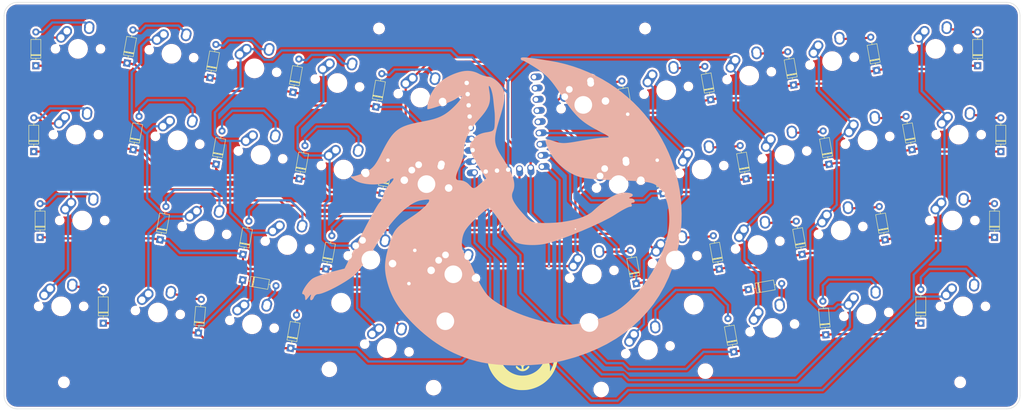
<source format=kicad_pcb>
(kicad_pcb (version 20221018) (generator pcbnew)
  (layers (0 "F.Cu" signal) (31 "B.Cu" signal) (34 "B.Paste" user) (35 "F.Paste" user) (36 "B.SilkS" user "B.Silkscreen") (37 "F.SilkS" user "F.Silkscreen") (38 "B.Mask" user) (39 "F.Mask" user) (44 "Edge.Cuts" user))
  (net 0 "")
  (net 1 "l0")
  (net 2 "Net-(D1-A)")
  (net 3 "Net-(D2-A)")
  (net 4 "Net-(D3-A)")
  (net 5 "Net-(D4-A)")
  (net 6 "Net-(D5-A)")
  (net 7 "l7")
  (net 8 "Net-(D6-A)")
  (net 9 "Net-(D7-A)")
  (net 10 "Net-(D8-A)")
  (net 11 "Net-(D9-A)")
  (net 12 "Net-(D10-A)")
  (net 13 "l1")
  (net 14 "Net-(D11-A)")
  (net 15 "Net-(D12-A)")
  (net 16 "Net-(D13-A)")
  (net 17 "Net-(D14-A)")
  (net 18 "Net-(D15-A)")
  (net 19 "l6")
  (net 20 "Net-(D16-A)")
  (net 21 "Net-(D17-A)")
  (net 22 "Net-(D18-A)")
  (net 23 "Net-(D19-A)")
  (net 24 "Net-(D20-A)")
  (net 25 "l2")
  (net 26 "Net-(D21-A)")
  (net 27 "Net-(D22-A)")
  (net 28 "Net-(D23-A)")
  (net 29 "Net-(D24-A)")
  (net 30 "Net-(D25-A)")
  (net 31 "l5")
  (net 32 "Net-(D26-A)")
  (net 33 "Net-(D27-A)")
  (net 34 "Net-(D28-A)")
  (net 35 "Net-(D29-A)")
  (net 36 "Net-(D30-A)")
  (net 37 "l3")
  (net 38 "Net-(D31-A)")
  (net 39 "Net-(D32-A)")
  (net 40 "Net-(D33-A)")
  (net 41 "l4")
  (net 42 "Net-(D34-A)")
  (net 43 "Net-(D35-A)")
  (net 44 "Net-(D36-A)")
  (net 45 "Net-(D37-A)")
  (net 46 "Net-(D38-A)")
  (net 47 "c0")
  (net 48 "c1")
  (net 49 "c2")
  (net 50 "c3")
  (net 51 "c4")
  (net 60 "GND")
  (footprint "Diode_THT:D_DO-35_SOD27_P7.62mm_Horizontal" (layer "F.Cu") (at 160.052 182.1949 80)
    (fp_text reference "D34" hide)
    (fp_text value "1N4148" hide)
  )
  (footprint "Diode_THT:D_DO-35_SOD27_P7.62mm_Horizontal" (layer "F.Cu") (at 320.2482 137.7899 90)
    (fp_text reference "D20" hide)
    (fp_text value "1N4148" hide)
  )
  (footprint "Diode_THT:D_DO-35_SOD27_P7.62mm_Horizontal" (layer "F.Cu") (at 141.8829 121.1119 80)
    (fp_text reference "D3" hide)
    (fp_text value "1N4148" hide)
  )
  (footprint "MountingHole:MountingHole_2.2mm_M2" (layer "F.Cu") (at 108.9268 189.9001)
    (fp_text reference "H2" hide)
    (fp_text value "MountingHole" hide)
  )
  (footprint "Diode_THT:D_DO-35_SOD27_P7.62mm_Horizontal" (layer "F.Cu") (at 294.1435 157.7098 100)
    (fp_text reference "D29" hide)
    (fp_text value "1N4148" hide)
  )
  (footprint "Diode_THT:D_DO-35_SOD27_P7.62mm_Horizontal" (layer "F.Cu") (at 254.8 126.0609 100)
    (fp_text reference "D7" hide)
    (fp_text value "1N4148" hide)
  )
  (footprint "Diode_THT:D_DO-35_SOD27_P7.62mm_Horizontal" (layer "F.Cu") (at 302.1982 176.5499 90)
    (fp_text reference "D38" hide)
    (fp_text value "1N4148" hide)
  )
  (footprint "_mx:MX-Alps-Hybrid-1U" (layer "F.Cu") (at 151.3579 176.7931 -10)
    (fp_text reference "SW33")
    (fp_text value "SW_SPST")
  )
  (footprint "Diode_THT:D_DO-35_SOD27_P7.62mm_Horizontal" (layer "F.Cu") (at 102.6018 118.4099 90)
    (fp_text reference "D1" hide)
    (fp_text value "1N4148" hide)
  )
  (footprint "_mx:MX-Alps-Hybrid-1U" (layer "F.Cu") (at 178.0464 162.2059 -10)
    (fp_text reference "SW24" hide)
    (fp_text value "SW_SPST" hide)
  )
  (footprint "Diode_THT:D_DO-35_SOD27_P7.62mm_Horizontal" (layer "F.Cu") (at 168.0292 164.3084 80)
    (fp_text reference "D24" hide)
    (fp_text value "1N4148" hide)
  )
  (footprint "_mx:MX-Alps-Hybrid-1U" (layer "F.Cu") (at 263.4941 120.6591 10)
    (fp_text reference "SW8" hide)
    (fp_text value "SW_SPST" hide)
  )
  (footprint "_mx:MX-Alps-Hybrid-1U" (layer "F.Cu") (at 153.2787 138.5456 -10)
    (fp_text reference "SW13" hide)
    (fp_text value "SW_SPST" hide)
  )
  (footprint "_mx:MX-Alps-Hybrid-1U" (layer "F.Cu") (at 244.7828 123.9584 10)
    (fp_text reference "SW7" hide)
    (fp_text value "SW_SPST" hide)
  )
  (footprint "_mx:MX-Alps-Hybrid-1U" (layer "F.Cu") (at 112.1018 114.5999)
    (fp_text reference "SW1" hide)
    (fp_text value "SW_SPST" hide)
  )
  (footprint "Diode_THT:D_DO-35_SOD27_P7.62mm_Horizontal" (layer "F.Cu") (at 263.3124 168.9239 10)
    (fp_text reference "D36" hide)
    (fp_text value "1N4148" hide)
  )
  (footprint "_mx:MX-Alps-Hybrid-1U" (layer "F.Cu") (at 134.5674 135.2463 -10)
    (fp_text reference "SW12" hide)
    (fp_text value "SW_SPST" hide)
  )
  (footprint "Diode_THT:D_DO-35_SOD27_P7.62mm_Horizontal" (layer "F.Cu") (at 260.0201 183.0197 100)
    (fp_text reference "D35" hide)
    (fp_text value "1N4148" hide)
  )
  (footprint "Diode_THT:D_DO-35_SOD27_P7.62mm_Horizontal" (layer "F.Cu") (at 179.3056 127.7105 80)
    (fp_text reference "D5" hide)
    (fp_text value "1N4148" hide)
  )
  (footprint "Diode_THT:D_DO-35_SOD27_P7.62mm_Horizontal" (layer "F.Cu") (at 102.1268 137.7899 90)
    (fp_text reference "D11" hide)
    (fp_text value "1N4148" hide)
  )
  (footprint "_mx:MX-Alps-Hybrid-1U" (layer "F.Cu") (at 190.7014 145.1442 -10)
    (fp_text reference "SW15" hide)
    (fp_text value "SW_SPST" hide)
  )
  (footprint "_mx:MX-Alps-Hybrid-1.75U" (layer "F.Cu") (at 113.0518 153.3599)
    (fp_text reference "SW21" hide)
    (fp_text value "SW_SPST" hide)
  )
  (footprint "Diode_THT:D_DO-35_SOD27_P7.62mm_Horizontal" (layer "F.Cu") (at 161.9728 143.9474 80)
    (fp_text reference "D14" hide)
    (fp_text value "1N4148" hide)
  )
  (footprint "_mx:MX-Alps-Hybrid-1U" (layer "F.Cu") (at 108.3018 172.7399)
    (fp_text reference "SW31" hide)
    (fp_text value "SW_SPST" hide)
  )
  (footprint "Diode_THT:D_DO-35_SOD27_P7.62mm_Horizontal" (layer "F.Cu") (at 103.5518 157.1699 90)
    (fp_text reference "D21" hide)
    (fp_text value "1N4148" hide)
  )
  (footprint "Diode_THT:D_DO-35_SOD27_P7.62mm_Horizontal" (layer "F.Cu") (at 315.0232 118.4099 90)
    (fp_text reference "D10" hide)
    (fp_text value "1N4148" hide)
  )
  (footprint "Diode_THT:D_DO-35_SOD27_P7.62mm_Horizontal" (layer "F.Cu") (at 281.4885 140.6481 100)
    (fp_text reference "D18" hide)
    (fp_text value "1N4148" hide)
  )
  (footprint "Diode_THT:D_DO-35_SOD27_P7.62mm_Horizontal" (layer "F.Cu") (at 292.2227 119.4622 100)
    (fp_text reference "D9" hide)
    (fp_text value "1N4148" hide)
  )
  (footprint "_mx:MX-Alps-Hybrid-1U" (layer "F.Cu") (at 246.7036 162.2059 10)
    (fp_text reference "SW27" hide)
    (fp_text value "SW_SPST" hide)
  )
  (footprint "Diode_THT:D_DO-35_SOD27_P7.62mm_Horizontal" (layer "F.Cu") (at 273.5114 122.7616 100)
    (fp_text reference "D8" hide)
    (fp_text value "1N4148" hide)
  )
  (footprint "_mx:MX-Alps-Hybrid-1U" (layer "F.Cu") (at 130.1159 174.1381 -5)
    (fp_text reference "SW32" hide)
    (fp_text value "SW_SPST" hide)
  )
  (footprint "_mx:MX-Alps-Hybrid-1.5U" (layer "F.Cu") (at 309.3232 153.3599)
    (fp_text reference "SW30" hide)
    (fp_text value "SW_SPST" hide)
  )
  (footprint "Diode_THT:D_DO-35_SOD27_P7.62mm_Horizontal" (layer "F.Cu") (at 256.7208 164.3084 100)
    (fp_text reference "D27" hide)
    (fp_text value "1N4148" hide)
  )
  (footprint "Diode_THT:D_DO-35_SOD27_P7.62mm_Horizontal" (layer "F.Cu") (at 130.6065 157.7098 80)
    (fp_text reference "D22" hide)
    (fp_text value "1N4148" hide)
  )
  (footprint "Diode_THT:D_DO-35_SOD27_P7.62mm_Horizontal" (layer "F.Cu") (at 300.1999 137.3488 100)
    (fp_text reference "D19" hide)
    (fp_text value "1N4148" hide)
  )
  (footprint "Diode_THT:D_DO-35_SOD27_P7.62mm_Horizontal" (layer "F.Cu") (at 280.7704 179.1755 95)
    (fp_text reference "D37" hide)
    (fp_text value "1N4148" hide)
  )
  (footprint "Diode_THT:D_DO-35_SOD27_P7.62mm_Horizontal" (layer "F.Cu") (at 180.6842 147.2467 80)
    (fp_text reference "D15" hide)
    (fp_text value "1N4148" hide)
  )
  (footprint "_mx:MX-Alps-Hybrid-1U" (layer "F.Cu") (at 311.6982 172.7399)
    (fp_text reference "SW38")
    (fp_text value "SW_SPST")
  )
  (footprint "Diode_THT:D_DO-35_SOD27_P7.62mm_Horizontal" (layer "F.Cu") (at 123.1716 117.8126 80)
    (fp_text reference "D2" hide)
    (fp_text value "1N4148" hide)
  )
  (footprint "_mx:MX-Alps-Hybrid-1U" (layer "F.Cu") (at 268.7142 177.618 10)
    (fp_text reference "SW36" hide)
    (fp_text value "SW_SPST" hide)
  )
  (footprint "Diode_THT:D_DO-35_SOD27_P7.62mm_Horizontal" (layer "F.Cu") (at 275.4322 161.0091 100)
    (fp_text reference "D28" hide)
    (fp_text value "1N4148" hide)
  )
  (footprint "_mx:MX-Alps-Hybrid-1U" (layer "F.Cu") (at 271.4713 138.5456 10)
    (fp_text reference "SW18" hide)
    (fp_text value "SW_SPST" hide)
  )
  (footprint "Diode_THT:D_DO-35_SOD27_P7.62mm_Horizontal" (layer "F.Cu") (at 262.7772 143.9474 100)
    (fp_text reference "D17" hide)
    (fp_text value "1N4148" hide)
  )
  (footprint "_mx:MX-Alps-Hybrid-1U" (layer "F.Cu") (at 290.1826 135.2463 10)
    (fp_text reference "SW19" hide)
    (fp_text value "SW_SPST" hide)
  )
  (footprint "_mx:MX-Alps-Hybrid-1U" (layer "F.Cu") (at 252.7599 141.8449 10)
    (fp_text reference "SW17" hide)
    (fp_text value "SW_SPST" hide)
  )
  (footprint "_mx:MX-Alps-Hybrid-1U" (layer "F.Cu") (at 171.9901 141.8449 -10)
    (fp_text reference "SW14" hide)
    (fp_text value "SW_SPST" hide)
  )
  (footprint "Diode_THT:D_DO-35_SOD27_P7.62mm_Horizontal" (layer "F.Cu") (at 318.8232 157.1699 90)
    (fp_text reference "D30" hide)
    (fp_text value "1N4148" hide)
  )
  (footprint "Diode_THT:D_DO-35_SOD27_P7.62mm_Horizontal" (layer "F.Cu") (at 160.5943 124.4112 80)
    (fp_text reference "D4" hide)
    (fp_text value "1N4148" hide)
  )
  (footprint "_mx:MX-Alps-Hybrid-2U-ReversedStabilizers" (layer "F.Cu") (at 240.6472 182.5669 10)
    (fp_text reference "SW35")
    (fp_text value "SW_SPST")
  )
  (footprint "_mx:MX-Alps-Hybrid-1U" (layer "F.Cu") (at 196.7578 165.5053 -10)
    (fp_text reference "SW25" hide)
    (fp_text value "SW_SPST" hide)
  )
  (footprint "_mcu:rp2040-zero-tht" (layer "F.Cu") (at 208.25 131.75 5)
    (fp_text reference "U1" hide)
    (fp_text value "rp2040-zero" hide)
  )
  (footprint "_mx:MX-Alps-Hybrid-1U" (layer "F.Cu") (at 282.2055 117.3598 10)
    (fp_text reference "SW9" hide)
    (fp_text value "SW_SPST" hide)
  )
  (footprint "_mx:MX-Alps-Hybrid-1U" (layer "F.Cu") (at 140.6238 155.6073 -10)
    (fp_text reference "SW22" hide)
    (fp_text value "SW_SPST" hide)
  )
  (footprint "_mx:MX-Alps-Hybrid-1U" (layer "F.Cu") (at 265.4149 158.9066 10)
    (fp_text reference "SW28" hide)
    (fp_text value "SW_SPST" hide)
  )
  (footprint "_mx:MX-Alps-Hybrid-1U" (layer "F.Cu") (at 234.0486 145.1442 10)
    (fp_text reference "SW16" hide)
    (fp_text value "SW_SPST" hide)
  )
  (footprint "_mx:MX-Alps-Hybrid-1U" (layer "F.Cu") (at 133.1889 115.7101 -10)
    (fp_text reference "SW2" hide)
    (fp_text value "SW_SPST" hide)
  )
  (footprint "_mx:MX-Alps-Hybrid-1U" (layer "F.Cu") (at 289.9021 174.552 5)
    (fp_text reference "SW37")
    (fp_text value "SW_SPST")
  )
  (footprint "Diode_THT:D_DO-35_SOD27_P7.62mm_Horizontal" (layer "F.Cu") (at 124.5501 137.3488 80)
    (fp_text reference "D12" hide)
    (fp_text value "1N4148" hide)
  )
  (footprint "Diode_THT:D_DO-35_SOD27_P7.62mm_Horizontal" (layer "F.Cu") (at 117.8018 176.5499 90)
    (fp_text reference "D31" hide)
    (fp_text value "1N4148" hide)
  )
  (footprint "_mx:MX-Alps-Hybrid-1U" (layer "F.Cu") (at 284.1263 155.6073 10)
    (fp_text reference "SW29" hide)
    (fp_text value "SW_SPST" hide)
  )
  (footprint "_mx:MX-Alps-Hybrid-1U" (layer "F.Cu") (at 159.3351 158.9066 -10)
    (fp_text reference "SW23" hide)
    (fp_text value "SW_SPST" hide)
  )
  (footprint "Diode_THT:D_DO-35_SOD27_P7.62mm_Horizontal" (layer "F.Cu") (at 238.0095 167.6077 100)
    (fp_text reference "D26" hide)
    (fp_text value "1N4148" hide)
  )
  (footprint "Diode_THT:D_DO-35_SOD27_P7.62mm_Horizontal" (layer "F.Cu") (at 149.3178 161.0091 80)
    (fp_text reference "D23" hide)
    (fp_text value "1N4148" hide)
  )
  (footprint "_mx:MX-Alps-Hybrid-1U" (layer "F.Cu") (at 170.6116 122.3088 -10)
    (fp_text reference "SW4" hide)
    (fp_text value "SW_SPST" hide)
  )
  (footprint "_mx:MX-Alps-Hybrid-1.25U" (layer "F.Cu") (at 111.6268 133.9799)
    (fp_text reference "SW11" hide)
    (fp_text value "SW_SPST" hide)
  )
  (footprint "Diode_THT:D_DO-35_SOD27_P7.62mm_Horizontal" (layer "F.Cu") (at 139.2477 178.7615 85)
    (fp_text reference "D32" hide)
    (fp_text value "1N4148" hide)
  )
  (footprint "MountingHole:MountingHole_2.2mm_M2" (layer "F.Cu") (at 311.0732 189.9001)
    (fp_text reference "H4" hide)
    (fp_text value "MountingHole" hide)
  )
  (footprint "Diode_THT:D_DO-35_SOD27_P7.62mm_Horizontal" (layer "F.Cu") (at 236.0887 129.3602 100)
    (fp_text reference "D6" hide)
    (fp_text value "1N4148" hide)
  )
  (footprint "MountingHole:MountingHole_2.2mm_M2" (layer "F.Cu") (at 240 110)
    (fp_text reference "H1" hide)
    (fp_text value "MountingHole" hide)
  )
  (footprint "Diode_THT:D_DO-35_SOD27_P7.62mm_Horizontal" (layer "F.Cu") (at 244.0658 147.2467 100)
    (fp_text reference "D16" hide)
    (fp_text value "1N4148" hide)
  )
  (footprint "_mx:MX-Alps-Hybrid-1.25U" (layer "F.Cu") (at 305.5232 114.5999)
    (fp_text reference "SW10" hide)
    (fp_text value "SW_SPST" hide)
  )
  (footprint "_mx:MX-Alps-Hybrid-1U" (layer "F.Cu") (at 189.3229 125.6081 -10)
    (fp_text reference "SW5" hide)
    (fp_text value "SW_SPST" hide)
  )
  (footprint "_mx:MX-Alps-Hybrid-1U" (layer "F.Cu") (at 227.9922 165.5053 10)
    (fp_text reference "SW26" hide)
    (fp_text value "SW_SPST" hide)
  )
  (footprint "Diode_THT:D_DO-35_SOD27_P7.62mm_Horizontal" (layer "F.Cu") (at 149.2555 166.7759 -10)
    (fp_text reference "D33" hide)
    (fp_text value "1N4148" hide)
  )
  (footprint "_mx:MX-Alps-Hybrid-1U" (layer "F.Cu") (at 151.9002 119.0094 -10)
    (fp_text reference "SW3" hide)
    (fp_text value "SW_SPST" hide)
  )
  (footprint "Diode_THT:D_DO-35_SOD27_P7.62mm_Horizontal" (layer "F.Cu") (at 143.2615 140.6481 80)
    (fp_text reference "D13" hide)
    (fp_text value "1N4148" hide)
  )
  (footprint "_mx:MX-Alps-Hybrid-2.25U-ReversedStabilizers" (layer "F.Cu") (at 181.7639 182.1545 -10)
    (fp_text reference "SW34")
    (fp_text value "SW_SPST")
  )
  (footprint "_mx:MX-Alps-Hybrid-1U" (layer "F.Cu") (at 310.7482 133.9799)
    (fp_text reference "SW20" hide)
    (fp_text value "SW_SPST" hide)
  )
  (footprint "MountingHole:MountingHole_2.2mm_M2" (layer "F.Cu") (at 180 110)
    (fp_text reference "H3" hide)
    (fp_text value "MountingHole" hide)
  )
  (footprint "_mx:MX-Alps-Hybrid-1U" (layer "F.Cu") (at 226.0714 127.2577 10)
    (fp_text reference "SW6" hide)
    (fp_text value "SW_SPST" hide)
  )
  (footprint "Diode_THT:D_DO-35_SOD27_P7.62mm_Horizontal" (layer "F.Cu") (at 186.7405 167.6077 80)
    (fp_text reference "D25" hide)
    (fp_text value "1N4148" hide)
  )
  (gr_poly (pts (xy 212.693812 116.525164) (xy 212.829554 116.529067) (xy 212.979825 116.536608) (xy 213.145243 116.547834) (xy 213.326424 116.562792) (xy 213.523986 116.581527) (xy 213.970724 116.63052) (xy 214.490395 116.695185) (xy 215.087938 116.775896) (xy 215.768292 116.873025) (xy 216.536395 116.986947) (xy 217.397188 117.118033) (xy 218.355609 117.266658) (xy 220.201147 117.604397) (xy 222.006305 118.033318) (xy 223.769096 118.55057) (xy 225.487536 119.153303) (xy 227.159638 119.838666) (xy 228.783418 120.603808) (xy 230.356889 121.445879) (xy 231.878066 122.362026) (xy 233.344963 123.349401) (xy 234.755595 124.405152) (xy 236.107975 125.526428) (xy 237.40012 126.710378) (xy 238.630042 127.954153) (xy 239.795756 129.2549) (xy 240.895277 130.609769) (xy 241.92662 132.01591) (xy 242.887797 133.470472) (xy 243.776825 134.970603) (xy 244.591717 136.513454) (xy 245.330487 138.096173) (xy 245.991151 139.715909) (xy 246.571722 141.369812) (xy 247.070214 143.055032) (xy 247.484644 144.768717) (xy 247.813023 146.508016) (xy 248.053368 148.270079) (xy 248.203693 150.052055) (xy 248.262011 151.851094) (xy 248.226337 153.664343) (xy 248.094686 155.488954) (xy 247.865073 157.322074) (xy 247.53551 159.160854) (xy 246.947423 161.610124) (xy 246.217575 163.952793) (xy 245.347045 166.18778) (xy 244.336913 168.31401) (xy 243.188256 170.330402) (xy 241.902155 172.23588) (xy 240.479688 174.029365) (xy 238.921935 175.709778) (xy 237.229975 177.276043) (xy 235.404886 178.727079) (xy 233.447748 180.06181) (xy 231.35964 181.279157) (xy 229.141641 182.378042) (xy 226.79483 183.357387) (xy 224.320286 184.216114) (xy 221.719089 184.953144) (xy 220.621988 185.206277) (xy 219.457886 185.427787) (xy 218.237342 185.617568) (xy 216.970918 185.775514) (xy 215.669176 185.90152) (xy 214.342675 185.995481) (xy 213.001977 186.057291) (xy 211.657642 186.086845) (xy 210.320233 186.084038) (xy 209.00031 186.048764) (xy 207.708433 185.980918) (xy 206.455164 185.880394) (xy 205.251064 185.747088) (xy 204.106693 185.580893) (xy 203.032614 185.381705) (xy 202.039386 185.149418) (xy 202.039384 185.14942) (xy 202.039383 185.149423) (xy 202.039381 185.149426) (xy 202.039379 185.149429) (xy 202.039377 185.149431) (xy 202.039375 185.149434) (xy 202.039373 185.149436) (xy 202.039371 185.149439) (xy 202.039369 185.149441) (xy 202.039366 185.149442) (xy 202.039364 185.149444) (xy 202.039362 185.149445) (xy 202.03936 185.149447) (xy 202.039359 185.149447) (xy 202.039358 185.149448) (xy 202.039357 185.149448) (xy 202.039356 185.149448) (xy 202.039355 185.149448) (xy 200.947707 184.842696) (xy 199.878406 184.500438) (xy 198.830442 184.122046) (xy 197.802807 183.706896) (xy 196.794492 183.254362) (xy 195.804488 182.763818) (xy 194.831787 182.234639) (xy 193.87538 181.666199) (xy 192.934257 181.057873) (xy 192.00741 180.409034) (xy 191.093831 179.719058) (xy 190.19251 178.987319) (xy 189.302438 178.21319) (xy 188.422608 177.396047) (xy 187.552009 176.535264) (xy 186.689633 175.630214) (xy 186.178875 175.065007) (xy 185.697998 174.504584) (xy 185.246152 173.947375) (xy 184.822487 173.391809) (xy 184.426152 172.836314) (xy 184.056295 172.279319) (xy 183.712067 171.719253) (xy 183.392615 171.154545) (xy 183.097091 170.583625) (xy 182.824642 170.00492) (xy 182.574418 169.416861) (xy 182.345569 168.817874) (xy 182.137242 168.206391) (xy 181.948589 167.580839) (xy 181.778757 166.939648) (xy 181.626897 166.281246) (xy 181.536054 165.824862) (xy 181.462434 165.379635) (xy 181.406411 164.941946) (xy 181.368356 164.508176) (xy 181.348642 164.074709) (xy 181.34764 163.637924) (xy 181.365724 163.194204) (xy 181.403265 162.739931) (xy 181.460635 162.271485) (xy 181.538208 161.78525) (xy 181.636354 161.277606) (xy 181.755447 160.744935) (xy 181.895859 160.183618) (xy 182.057961 159.590038) (xy 182.242127 158.960576) (xy 182.448728 158.291614) (xy 182.613541 157.785192) (xy 182.775881 157.323553) (xy 182.940491 156.901169) (xy 183.112111 156.51251) (xy 183.295483 156.152048) (xy 183.49535 155.814253) (xy 183.716451 155.493598) (xy 183.963531 155.184553) (xy 184.241329 154.881589) (xy 184.554588 154.579178) (xy 184.908049 154.27179) (xy 185.306454 153.953896) (xy 185.754545 153.619969) (xy 186.257063 153.264479) (xy 186.81875 152.881896) (xy 187.444348 152.466694) (xy 187.894752 152.163436) (xy 188.327352 151.85814) (xy 188.739863 151.553106) (xy 189.129997 151.25063) (xy 189.495469 150.953012) (xy 189.833993 150.662549) (xy 190.143283 150.38154) (xy 190.421051 150.112283) (xy 190.665013 149.857077) (xy 190.872881 149.618219) (xy 191.04237 149.398008) (xy 191.171193 149.198742) (xy 191.257064 149.022719) (xy 191.283179 148.944142) (xy 191.297698 148.872238) (xy 191.300336 148.807293) (xy 191.290807 148.749596) (xy 191.268825 148.699433) (xy 191.234105 148.657093) (xy 191.224423 148.650479) (xy 191.210575 148.644715) (xy 191.170848 148.635695) (xy 191.115847 148.629952) (xy 191.046498 148.627404) (xy 190.963723 148.627969) (xy 190.868446 148.631568) (xy 190.761593 148.638119) (xy 190.644086 148.64754) (xy 190.51685 148.65975) (xy 190.380809 148.674669) (xy 190.086006 148.712307) (xy 189.76707 148.759803) (xy 189.431394 148.816509) (xy 189.166163 148.873333) (xy 188.894526 148.950021) (xy 188.616803 149.046253) (xy 188.333314 149.161709) (xy 188.044377 149.296071) (xy 187.750312 149.449017) (xy 187.148077 149.809389) (xy 186.529164 150.240266) (xy 185.896127 150.739093) (xy 185.251523 151.303313) (xy 184.597908 151.930369) (xy 183.937836 152.617704) (xy 183.273863 153.362761) (xy 182.608544 154.162984) (xy 181.944436 155.015816) (xy 181.284093 155.9187) (xy 180.630071 156.869079) (xy 179.984926 157.864396) (xy 179.351213 158.902095) (xy 178.730166 159.921523) (xy 178.077407 160.941599) (xy 177.412471 161.935062) (xy 176.75489 162.874648) (xy 176.124197 163.733095) (xy 175.539926 164.48314) (xy 175.02161 165.097522) (xy 174.793289 165.345319) (xy 174.588781 165.548977) (xy 174.218191 165.873304) (xy 173.777212 166.218079) (xy 173.27658 166.577594) (xy 172.727035 166.946139) (xy 172.139313 167.318006) (xy 171.524152 167.687487) (xy 170.89229 168.048872) (xy 170.254465 168.396454) (xy 169.621413 168.724522) (xy 169.003872 169.02737) (xy 168.412581 169.299288) (xy 167.858276 169.534567) (xy 167.351696 169.7275) (xy 166.903577 169.872377) (xy 166.524658 169.963489) (xy 166.225676 169.995128) (xy 166.192558 169.996029) (xy 166.159175 169.9987) (xy 166.125587 170.003098) (xy 166.09185 170.009179) (xy 166.058023 170.016899) (xy 166.024163 170.026213) (xy 165.956579 170.04945) (xy 165.889559 170.078535) (xy 165.823569 170.113116) (xy 165.75907 170.15284) (xy 165.696526 170.197355) (xy 165.6364 170.246307) (xy 165.579156 170.299343) (xy 165.525256 170.356111) (xy 165.475165 170.416257) (xy 165.429344 170.479428) (xy 165.388258 170.545272) (xy 165.35237 170.613436) (xy 165.33652 170.648278) (xy 165.322142 170.683567) (xy 165.286163 170.771462) (xy 165.248284 170.853065) (xy 165.20877 170.928413) (xy 165.167888 170.997547) (xy 165.125901 171.060505) (xy 165.083075 171.117327) (xy 165.039676 171.168051) (xy 164.995968 171.212717) (xy 164.952216 171.251364) (xy 164.908687 171.284031) (xy 164.865644 171.310757) (xy 164.823354 171.331581) (xy 164.782081 171.346542) (xy 164.74209 171.35568) (xy 164.703647 171.359033) (xy 164.667017 171.35664) (xy 164.632465 171.348542) (xy 164.600257 171.334776) (xy 164.570656 171.315382) (xy 164.543929 171.2904) (xy 164.520341 171.259867) (xy 164.500157 171.223824) (xy 164.483642 171.182309) (xy 164.471061 171.135361) (xy 164.46268 171.08302) (xy 164.458763 171.025325) (xy 164.459576 170.962315) (xy 164.465383 170.894028) (xy 164.476452 170.820505) (xy 164.493045 170.741784) (xy 164.515429 170.657904) (xy 164.543868 170.568905) (xy 164.58233 170.454499) (xy 164.613208 170.355962) (xy 164.636209 170.273365) (xy 164.651041 170.206783) (xy 164.655301 170.17952) (xy 164.65741 170.156287) (xy 164.657329 170.137096) (xy 164.655022 170.121953) (xy 164.650454 170.110869) (xy 164.643586 170.103852) (xy 164.634383 170.100913) (xy 164.622808 170.102059) (xy 164.608824 170.1073) (xy 164.592395 170.116646) (xy 164.573484 170.130105) (xy 164.552054 170.147687) (xy 164.501491 170.195255) (xy 164.440414 170.259424) (xy 164.36853 170.340266) (xy 164.285545 170.437855) (xy 164.191166 170.552264) (xy 164.085101 170.683567) (xy 163.968286 170.828193) (xy 163.864312 170.953954) (xy 163.772426 171.060965) (xy 163.691874 171.149341) (xy 163.621902 171.219197) (xy 163.590648 171.247216) (xy 163.561756 171.270648) (xy 163.535133 171.289507) (xy 163.510683 171.303809) (xy 163.488313 171.313567) (xy 163.467929 171.318796) (xy 163.449436 171.31951) (xy 163.432739 171.315723) (xy 163.417746 171.307451) (xy 163.404361 171.294707) (xy 163.392491 171.277506) (xy 163.38204 171.255861) (xy 163.372915 171.229789) (xy 163.365022 171.199302) (xy 163.358267 171.164416) (xy 163.352554 171.125144) (xy 163.343882 171.033502) (xy 163.338252 170.924492) (xy 163.33491 170.798229) (xy 163.330797 170.716411) (xy 163.321888 170.636886) (xy 163.308437 170.560068) (xy 163.290696 170.486367) (xy 163.26892 170.416196) (xy 163.24336 170.349966) (xy 163.214271 170.288089) (xy 163.181905 170.230977) (xy 163.146516 170.179041) (xy 163.108356 170.132695) (xy 163.067679 170.092349) (xy 163.046476 170.074554) (xy 163.024738 170.058415) (xy 163.002498 170.043981) (xy 162.979786 170.031304) (xy 162.956635 170.020437) (xy 162.933076 170.01143) (xy 162.909141 170.004335) (xy 162.884861 169.999204) (xy 162.860269 169.996087) (xy 162.835395 169.995037) (xy 162.776075 169.987139) (xy 162.730346 169.964016) (xy 162.697676 169.926529) (xy 162.677531 169.875534) (xy 162.669381 169.81189) (xy 162.67269 169.736457) (xy 162.686928 169.650091) (xy 162.71156 169.553653) (xy 162.746054 169.448) (xy 162.789878 169.33399) (xy 162.903382 169.084337) (xy 163.04781 168.811561) (xy 163.2189 168.522529) (xy 163.412389 168.22411) (xy 163.624016 167.923172) (xy 163.849517 167.626582) (xy 164.084631 167.341208) (xy 164.325096 167.073918) (xy 164.566649 166.831579) (xy 164.686502 166.721913) (xy 164.805029 166.621061) (xy 164.921696 166.52988) (xy 165.035971 166.44923) (xy 165.156573 166.375595) (xy 165.305113 166.296121) (xy 165.479489 166.211556) (xy 165.677595 166.122648) (xy 166.136585 165.934797) (xy 166.66525 165.738557) (xy 167.246756 165.539915) (xy 167.864271 165.344857) (xy 168.500961 165.159371) (xy 169.139994 164.989444) (xy 172.216818 164.212955) (xy 175.686335 157.283756) (xy 177.102891 154.516572) (xy 178.395089 152.104458) (xy 178.949957 151.112571) (xy 179.420219 150.306674) (xy 179.788036 149.719174) (xy 180.035569 149.38248) (xy 180.125531 149.278722) (xy 180.213654 149.16859) (xy 180.299453 149.053049) (xy 180.382444 148.933066) (xy 180.462139 148.809607) (xy 180.538055 148.683636) (xy 180.609704 148.556121) (xy 180.676603 148.428028) (xy 180.738265 148.300321) (xy 180.794204 148.173968) (xy 180.843936 148.049934) (xy 180.886975 147.929185) (xy 180.922835 147.812687) (xy 180.951031 147.701405) (xy 180.971077 147.596307) (xy 180.982488 147.498357) (xy 180.996171 147.398309) (xy 181.022891 147.287059) (xy 181.061938 147.165779) (xy 181.112602 147.035643) (xy 181.174171 146.897824) (xy 181.245935 146.753495) (xy 181.327184 146.603828) (xy 181.417208 146.449998) (xy 181.515296 146.293178) (xy 181.620738 146.134539) (xy 181.732823 145.975256) (xy 181.850841 145.816501) (xy 181.974081 145.659447) (xy 182.101833 145.505268) (xy 182.233387 145.355137) (xy 182.368032 145.210226) (xy 182.60643 144.953637) (xy 182.807021 144.721895) (xy 182.970322 144.515806) (xy 183.096851 144.336173) (xy 183.146487 144.25653) (xy 183.187125 144.183803) (xy 183.218828 144.118093) (xy 183.241662 144.059499) (xy 183.25569 144.008124) (xy 183.260979 143.964067) (xy 183.257591 143.927429) (xy 183.245593 143.898311) (xy 183.225049 143.876813) (xy 183.196023 143.863037) (xy 183.15858 143.857081) (xy 183.112785 143.859048) (xy 183.058702 143.869037) (xy 182.996397 143.88715) (xy 182.925934 143.913487) (xy 182.847377 143.948148) (xy 182.760791 143.991234) (xy 182.666241 144.042846) (xy 182.453508 144.172049) (xy 182.209695 144.336563) (xy 181.935319 144.537191) (xy 181.80037 144.62938) (xy 181.648974 144.714789) (xy 181.48216 144.793451) (xy 181.300957 144.8654) (xy 180.899504 144.989298) (xy 180.45285 145.086754) (xy 179.96923 145.158043) (xy 179.456879 145.203435) (xy 178.924031 145.223205) (xy 178.378923 145.217624) (xy 177.82979 145.186966) (xy 177.284866 145.131504) (xy 176.752387 145.051509) (xy 176.240587 144.947256) (xy 175.757703 144.819016) (xy 175.311968 144.667062) (xy 174.911619 144.491667) (xy 174.731037 144.395264) (xy 174.56489 144.293104) (xy 174.368801 144.161829) (xy 174.196173 144.043037) (xy 174.046707 143.936168) (xy 173.920105 143.840665) (xy 173.816069 143.755972) (xy 173.734301 143.681529) (xy 173.701674 143.647977) (xy 173.674503 143.616779) (xy 173.665769 143.60517) (xy 197.353258 143.60517) (xy 197.353696 143.695573) (xy 197.361416 143.778347) (xy 197.376432 143.85377) (xy 197.398756 143.92212) (xy 197.428401 143.983675) (xy 197.465381 144.03871) (xy 197.509709 144.087505) (xy 197.561397 144.130335) (xy 197.620459 144.16748) (xy 197.686908 144.199215) (xy 197.760757 144.225819) (xy 197.930707 144.264743) (xy 198.130413 144.286469) (xy 198.359981 144.293218) (xy 198.473929 144.297981) (xy 198.593138 144.311954) (xy 198.71663 144.334667) (xy 198.843428 144.36565) (xy 198.972553 144.404432) (xy 199.103029 144.450542) (xy 199.233877 144.50351) (xy 199.364121 144.562864) (xy 199.492781 144.628135) (xy 199.618881 144.698851) (xy 199.741443 144.774542) (xy 199.859489 144.854738) (xy 199.972042 144.938967) (xy 200.078123 145.026759) (xy 200.176756 145.117643) (xy 200.266963 145.211149) (xy 200.449935 145.411751) (xy 200.613741 145.585163) (xy 200.689581 145.661576) (xy 200.761977 145.731078) (xy 200.831381 145.793629) (xy 200.898241 145.849191) (xy 200.963006 145.897726) (xy 201.026128 145.939197) (xy 201.088054 145.973564) (xy 201.149236 146.00079) (xy 201.210121 146.020837) (xy 201.27116 146.033665) (xy 201.332803 146.039238) (xy 201.395499 146.037517) (xy 201.459698 146.028464) (xy 201.525849 146.01204) (xy 201.594402 145.988208) (xy 201.665806 145.956929) (xy 201.740511 145.918165) (xy 201.818967 145.871878) (xy 201.901623 145.818029) (xy 201.988928 145.756581) (xy 202.081334 145.687496) (xy 202.179288 145.610735) (xy 202.393641 145.434032) (xy 202.635585 145.226168) (xy 202.908717 144.986837) (xy 202.90858 144.986852) (xy 204.173442 143.873632) (xy 202.334872 141.029028) (xy 202.141514 140.723374) (xy 201.954971 140.415663) (xy 201.605456 139.801115) (xy 201.292575 139.199486) (xy 201.022575 138.624877) (xy 200.905606 138.352111) (xy 200.8017 138.091387) (xy 200.711638 137.84447) (xy 200.636199 137.61312) (xy 200.576166 137.3991) (xy 200.532318 137.204174) (xy 200.505437 137.030104) (xy 200.496303 136.878652) (xy 200.500429 136.716555) (xy 200.512736 136.557025) (xy 200.533118 136.400163) (xy 200.561471 136.246066) (xy 200.597687 136.094834) (xy 200.641661 135.946566) (xy 200.693288 135.801359) (xy 200.752461 135.659314) (xy 200.819076 135.520528) (xy 200.893025 135.385101) (xy 200.974203 135.253131) (xy 201.062505 135.124717) (xy 201.157824 134.999958) (xy 201.260056 134.878953) (xy 201.369093 134.761801) (xy 201.484831 134.648599) (xy 201.607163 134.539448) (xy 201.735984 134.434446) (xy 201.871189 134.333692) (xy 202.01267 134.237284) (xy 202.160323 134.145321) (xy 202.314041 134.057903) (xy 202.473719 133.975127) (xy 202.639251 133.897094) (xy 202.810532 133.8239) (xy 202.987455 133.755646) (xy 203.169915 133.692431) (xy 203.357806 133.634352) (xy 203.551022 133.581509) (xy 203.749457 133.534) (xy 203.953006 133.491924) (xy 204.161563 133.455381) (xy 204.468474 133.404858) (xy 204.739613 133.355834) (xy 204.977312 133.305936) (xy 205.183904 133.252793) (xy 205.276264 133.224263) (xy 205.361722 133.194032) (xy 205.440569 133.161803) (xy 205.513098 133.12728) (xy 205.579599 133.090166) (xy 205.640364 133.050164) (xy 205.695684 133.006979) (xy 205.745853 132.960314) (xy 205.79116 132.909871) (xy 205.831897 132.855355) (xy 205.868356 132.796469) (xy 205.900829 132.732916) (xy 205.929607 132.6644) (xy 205.954982 132.590624) (xy 205.977245 132.511291) (xy 205.996688 132.426106) (xy 206.028278 132.236991) (xy 206.052087 132.020906) (xy 206.070447 131.775478) (xy 206.085689 131.498336) (xy 206.100062 131.145646) (xy 206.109416 130.780401) (xy 206.113839 130.413185) (xy 206.113419 130.054582) (xy 206.108242 129.715174) (xy 206.098397 129.405545) (xy 206.083971 129.136278) (xy 206.065051 128.917956) (xy 205.933363 127.688374) (xy 205.760722 126.021136) (xy 205.710475 125.6078) (xy 205.644845 125.191621) (xy 205.566611 124.783893) (xy 205.478547 124.395913) (xy 205.383432 124.038974) (xy 205.284042 123.724372) (xy 205.233612 123.586477) (xy 205.183154 123.463402) (xy 205.133016 123.356559) (xy 205.083545 123.26736) (xy 205.020306 123.167997) (xy 204.991391 123.125604) (xy 204.964268 123.088127) (xy 204.938928 123.05561) (xy 204.915363 123.028096) (xy 204.893563 123.005629) (xy 204.873522 122.988251) (xy 204.855229 122.976006) (xy 204.838677 122.968937) (xy 204.831051 122.967357) (xy 204.823856 122.967088) (xy 204.817093 122.968134) (xy 204.81076 122.970501) (xy 204.804855 122.974195) (xy 204.799378 122.97922) (xy 204.789702 122.993289) (xy 204.781725 123.01275) (xy 204.775436 123.037646) (xy 204.770829 123.068022) (xy 204.767894 123.10392) (xy 204.766622 123.145384) (xy 204.767006 123.192457) (xy 204.769036 123.245181) (xy 204.772705 123.303601) (xy 204.784922 123.437701) (xy 204.803589 123.595101) (xy 204.828638 123.776148) (xy 204.860001 123.981187) (xy 204.897609 124.210567) (xy 204.967058 124.672601) (xy 205.013663 125.107826) (xy 205.035787 125.520435) (xy 205.031794 125.914617) (xy 205.000046 126.294564) (xy 204.973252 126.48051) (xy 204.938906 126.664468) (xy 204.896803 126.846963) (xy 204.846739 127.028519) (xy 204.788509 127.20966) (xy 204.721908 127.390909) (xy 204.646731 127.572791) (xy 204.562775 127.755829) (xy 204.367705 128.12747) (xy 204.135059 128.510023) (xy 203.863203 128.907679) (xy 203.550499 129.32463) (xy 203.19531 129.765066) (xy 202.796 130.233179) (xy 202.350932 130.733161) (xy 201.953094 131.186082) (xy 201.582359 131.636453) (xy 201.238522 132.084734) (xy 200.921374 132.531389) (xy 200.630709 132.976878) (xy 200.366321 133.421664) (xy 200.128001 133.866207) (xy 199.915543 134.310969) (xy 199.72874 134.756413) (xy 199.567384 135.202999) (xy 199.43127 135.651189) (xy 199.320189 136.101446) (xy 199.233936 136.554229) (xy 199.172302 137.010003) (xy 199.135081 137.469227) (xy 199.122066 137.932363) (xy 199.117096 138.066208) (xy 199.103023 138.216667) (xy 199.080315 138.382092) (xy 199.049438 138.560836) (xy 199.010859 138.751252) (xy 198.965045 138.951693) (xy 198.912463 139.160511) (xy 198.853579 139.37606) (xy 198.718773 139.820762) (xy 198.564363 140.272621) (xy 198.480973 140.497116) (xy 198.394082 140.718459) (xy 198.304157 140.935004) (xy 198.211665 141.145101) (xy 198.004298 141.609544) (xy 197.825328 142.027938) (xy 197.674859 142.402503) (xy 197.552996 142.735459) (xy 197.459844 143.029024) (xy 197.395507 143.285419) (xy 197.360089 143.506862) (xy 197.353258 143.60517) (xy 173.665769 143.60517) (xy 173.652749 143.587865) (xy 173.636376 143.561165) (xy 173.625346 143.536609) (xy 173.619623 143.514128) (xy 173.619168 143.493652) (xy 173.623945 143.475112) (xy 173.633916 143.458437) (xy 173.649045 143.443558) (xy 173.669293 143.430406) (xy 173.694623 143.41891) (xy 173.724999 143.409) (xy 173.760383 143.400608) (xy 173.846025 143.388096) (xy 173.951252 143.380816) (xy 174.075766 143.37821) (xy 174.1764 143.372958) (xy 174.294224 143.358167) (xy 174.427775 143.334326) (xy 174.57559 143.301925) (xy 174.736206 143.261452) (xy 174.90816 143.213397) (xy 175.089989 143.15825) (xy 175.28023 143.0965) (xy 175.680096 142.955147) (xy 176.096053 142.793254) (xy 176.516398 142.614735) (xy 176.724558 142.520465) (xy 176.929426 142.423505) (xy 177.228122 142.274016) (xy 177.503952 142.124511) (xy 177.759728 141.971684) (xy 177.998262 141.812228) (xy 178.222364 141.642837) (xy 178.329883 141.553382) (xy 178.434847 141.460204) (xy 178.53761 141.362888) (xy 178.638522 141.261022) (xy 178.737935 141.154192) (xy 178.8362 141.041985) (xy 179.030693 140.799786) (xy 179.224813 140.531119) (xy 179.421369 140.232677) (xy 179.623176 139.901153) (xy 179.833042 139.53324) (xy 180.053781 139.125633) (xy 180.288203 138.675024) (xy 180.539121 138.178106) (xy 181.024082 137.223247) (xy 181.4796 136.368714) (xy 181.914885 135.607448) (xy 182.339151 134.932388) (xy 182.76161 134.336476) (xy 182.975039 134.065993) (xy 183.191472 133.812651) (xy 183.412058 133.575565) (xy 183.63795 133.353854) (xy 183.870299 133.146635) (xy 184.110257 132.953025) (xy 184.358974 132.772143) (xy 184.617603 132.603106) (xy 184.887296 132.445031) (xy 185.169202 132.297036) (xy 185.464475 132.158239) (xy 185.774265 132.027756) (xy 186.442005 131.788207) (xy 187.181632 131.571328) (xy 188.002359 131.37006) (xy 188.913399 131.177345) (xy 189.923963 130.986121) (xy 190.568504 130.863908) (xy 191.167105 130.738512) (xy 191.723914 130.607915) (xy 192.243079 130.470094) (xy 192.728748 130.323032) (xy 193.18507 130.164707) (xy 193.616192 129.993099) (xy 194.026264 129.80619) (xy 194.419434 129.601958) (xy 194.799849 129.378383) (xy 195.171658 129.133446) (xy 195.539009 128.865127) (xy 195.906051 128.571405) (xy 196.276931 128.250261) (xy 196.655799 127.899675) (xy 197.046802 127.517626) (xy 197.386688 127.168636) (xy 197.68617 126.842894) (xy 197.944822 126.542417) (xy 198.162219 126.269219) (xy 198.337935 126.025315) (xy 198.471547 125.81272) (xy 198.562627 125.63345) (xy 198.592085 125.556941) (xy 198.610751 125.489518) (xy 198.618572 125.431435) (xy 198.615494 125.382941) (xy 198.601465 125.34429) (xy 198.576431 125.315733) (xy 198.540338 125.297522) (xy 198.493135 125.289909) (xy 198.434767 125.293145) (xy 198.365182 125.307484) (xy 198.284327 125.333175) (xy 198.192147 125.370472) (xy 197.973605 125.48089) (xy 197.709129 125.640752) (xy 197.398296 125.852072) (xy 197.170565 125.996546) (xy 196.871007 126.159414) (xy 196.510001 126.336851) (xy 196.097923 126.525034) (xy 195.162064 126.918339) (xy 194.146452 127.308737) (xy 193.134108 127.665634) (xy 192.208053 127.958437) (xy 191.803328 128.071244) (xy 191.451309 128.156554) (xy 191.162372 128.210545) (xy 190.946897 128.229392) (xy 190.936857 128.227451) (xy 190.927713 128.221692) (xy 190.919459 128.212211) (xy 190.912088 128.199101) (xy 190.905595 128.182459) (xy 190.899974 128.162379) (xy 190.895218 128.138956) (xy 190.891322 128.112287) (xy 190.886086 128.049585) (xy 190.884217 127.975036) (xy 190.885667 127.889399) (xy 190.89039 127.793436) (xy 190.898336 127.687907) (xy 190.909458 127.573573) (xy 190.923709 127.451196) (xy 190.941041 127.321536) (xy 190.961406 127.185354) (xy 190.984755 127.04341) (xy 191.011042 126.896467) (xy 191.040219 126.745284) (xy 191.153201 126.264396) (xy 191.297848 125.790563) (xy 191.473093 125.325085) (xy 191.677872 124.869263) (xy 191.91112 124.424398) (xy 192.17177 123.991791) (xy 192.458757 123.572744) (xy 192.771016 123.168558) (xy 193.107481 122.780534) (xy 193.467086 122.409972) (xy 193.848766 122.058175) (xy 194.251456 121.726443) (xy 194.674089 121.416077) (xy 195.115601 121.128379) (xy 195.574926 120.864649) (xy 196.050998 120.626189) (xy 196.554622 120.400429) (xy 197.038562 120.201636) (xy 197.504161 120.029721) (xy 197.952764 119.884595) (xy 198.385714 119.76617) (xy 198.804355 119.674357) (xy 199.210031 119.609067) (xy 199.604085 119.570212) (xy 199.987862 119.557703) (xy 200.362704 119.571452) (xy 200.729957 119.611369) (xy 201.090963 119.677366) (xy 201.447067 119.769355) (xy 201.799612 119.887246) (xy 202.149941 120.030951) (xy 202.4994 120.200382) (xy 202.637991 120.270223) (xy 202.781865 120.338105) (xy 202.929887 120.403678) (xy 203.080919 120.46659) (xy 203.387476 120.583022) (xy 203.69245 120.684591) (xy 203.841503 120.728923) (xy 203.986754 120.768485) (xy 204.127066 120.802924) (xy 204.261304 120.83189) (xy 204.388331 120.855031) (xy 204.507012 120.871996) (xy 204.616211 120.882432) (xy 204.714793 120.885989) (xy 204.76272 120.887744) (xy 204.813512 120.89295) (xy 204.92312 120.913371) (xy 205.042467 120.946567) (xy 205.170402 120.991849) (xy 205.305778 121.048529) (xy 205.447444 121.11592) (xy 205.59425 121.193333) (xy 205.745047 121.28008) (xy 205.898685 121.375475) (xy 206.054015 121.478829) (xy 206.209887 121.589454) (xy 206.365151 121.706663) (xy 206.518658 121.829768) (xy 206.669259 121.95808) (xy 206.815803 122.090912) (xy 206.957141 122.227576) (xy 207.105284 122.380336) (xy 207.244493 122.533681) (xy 207.374794 122.688067) (xy 207.496214 122.843951) (xy 207.608782 123.001791) (xy 207.712524 123.162043) (xy 207.807467 123.325165) (xy 207.893639 123.491614) (xy 207.971067 123.661846) (xy 208.039779 123.836319) (xy 208.099801 124.01549) (xy 208.151161 124.199815) (xy 208.193886 124.389753) (xy 208.228003 124.585759) (xy 208.25354 124.788291) (xy 208.270524 124.997806) (xy 208.278982 125.214762) (xy 208.278942 125.439614) (xy 208.27043 125.67282) (xy 208.253475 125.914838) (xy 208.228102 126.166124) (xy 208.194341 126.427135) (xy 208.101758 126.980161) (xy 207.975944 127.577572) (xy 207.817118 128.223025) (xy 207.625498 128.920177) (xy 207.401301 129.672682) (xy 206.83289 131.570255) (xy 206.613062 132.369146) (xy 206.437194 133.084076) (xy 206.306064 133.727023) (xy 206.220453 134.309963) (xy 206.181139 134.844874) (xy 206.188903 135.343733) (xy 206.210683 135.583386) (xy 206.244524 135.818517) (xy 206.348783 136.281203) (xy 206.502458 136.74377) (xy 206.70633 137.218193) (xy 206.961179 137.71645) (xy 207.267783 138.250518) (xy 207.626923 138.832375) (xy 208.039378 139.473997) (xy 208.45393 140.125294) (xy 208.829051 140.744468) (xy 209.16518 141.333031) (xy 209.462755 141.892497) (xy 209.722214 142.424382) (xy 209.943997 142.930199) (xy 210.128541 143.411461) (xy 210.276284 143.869684) (xy 210.387666 144.30638) (xy 210.463125 144.723065) (xy 210.5031 145.121252) (xy 210.508028 145.502455) (xy 210.478348 145.868188) (xy 210.414498 146.219965) (xy 210.316918 146.559301) (xy 210.186046 146.887708) (xy 210.135606 147.006878) (xy 210.092745 147.12674) (xy 210.057609 147.247578) (xy 210.030343 147.369671) (xy 210.011092 147.493302) (xy 210 147.61875) (xy 209.997214 147.746298) (xy 210.002878 147.876226) (xy 210.017137 148.008817) (xy 210.040137 148.144349) (xy 210.072023 148.283106) (xy 210.112939 148.425369) (xy 210.163031 148.571417) (xy 210.222444 148.721533) (xy 210.291323 148.875998) (xy 210.369814 149.035093) (xy 210.458061 149.199099) (xy 210.55621 149.368297) (xy 210.664405 149.542968) (xy 210.782792 149.723394) (xy 211.050722 150.102635) (xy 211.361161 150.508267) (xy 211.71527 150.942542) (xy 212.11421 151.407707) (xy 212.559142 151.906013) (xy 213.051227 152.439708) (xy 213.287033 152.689128) (xy 213.503411 152.909142) (xy 213.706057 153.101577) (xy 213.80401 153.188024) (xy 213.900667 153.268261) (xy 213.996739 153.342516) (xy 214.092938 153.411018) (xy 214.189976 153.473995) (xy 214.288566 153.531675) (xy 214.38942 153.584287) (xy 214.493249 153.632059) (xy 214.600765 153.675219) (xy 214.712682 153.713996) (xy 214.82971 153.748617) (xy 214.952562 153.779312) (xy 215.08195 153.806307) (xy 215.218586 153.829833) (xy 215.363182 153.850116) (xy 215.516451 153.867386) (xy 215.679103 153.88187) (xy 215.851852 153.893797) (xy 216.230487 153.910893) (xy 216.658052 153.920499) (xy 217.140243 153.924442) (xy 217.682758 153.924549) (xy 218.536278 153.909913) (xy 219.380393 153.870498) (xy 220.211626 153.807192) (xy 221.0265 153.720881) (xy 221.821539 153.612453) (xy 222.593266 153.482794) (xy 223.338206 153.332792) (xy 224.052881 153.163334) (xy 224.733816 152.975306) (xy 225.377535 152.769595) (xy 225.980559 152.547089) (xy 226.539415 152.308675) (xy 227.050624 152.055239) (xy 227.510712 151.787668) (xy 227.9162 151.506851) (xy 228.263614 151.213672) (xy 228.80431 150.714318) (xy 229.33389 150.246171) (xy 229.852112 149.809372) (xy 230.358738 149.40406) (xy 230.853527 149.030373) (xy 231.33624 148.68845) (xy 231.806637 148.378431) (xy 232.264478 148.100456) (xy 232.709523 147.854662) (xy 233.141533 147.641189) (xy 233.560267 147.460177) (xy 233.965486 147.311764) (xy 234.35695 147.196089) (xy 234.734419 147.113293) (xy 235.097654 147.063512) (xy 235.446414 147.046888) (xy 235.754078 147.053714) (xy 236.036134 147.073489) (xy 236.29141 147.10516) (xy 236.518734 147.147672) (xy 236.716934 147.199972) (xy 236.884837 147.261005) (xy 236.957061 147.294467) (xy 237.021272 147.329717) (xy 237.077322 147.366624) (xy 237.125066 147.405056) (xy 237.164356 147.44488) (xy 237.195047 147.485966) (xy 237.216992 147.528181) (xy 237.230044 147.571393) (xy 237.234056 147.615472) (xy 237.228883 147.660285) (xy 237.214377 147.7057) (xy 237.190393 147.751586) (xy 237.156783 147.797811) (xy 237.113401 147.844243) (xy 237.060101 147.890751) (xy 236.996736 147.937202) (xy 236.92316 147.983465) (xy 236.839226 148.029409) (xy 236.744787 148.074901) (xy 236.639697 148.11981) (xy 236.608838 148.13268) (xy 236.58052 148.145362) (xy 236.554735 148.157845) (xy 236.531472 148.170119) (xy 236.510725 148.182174) (xy 236.492483 148.194) (xy 236.476738 148.205586) (xy 236.463482 148.216923) (xy 236.452706 148.228) (xy 236.444401 148.238806) (xy 236.438558 148.249332) (xy 236.435169 148.259568) (xy 236.434224 148.269503) (xy 236.435715 148.279126) (xy 236.439634 148.288429) (xy 236.445972 148.2974) (xy 236.454719 148.30603) (xy 236.465867 148.314308) (xy 236.479408 148.322223) (xy 236.495333 148.329767) (xy 236.513632 148.336928) (xy 236.534298 148.343697) (xy 236.557321 148.350062) (xy 236.582693 148.356015) (xy 236.610405 148.361544) (xy 236.640448 148.36664) (xy 236.672813 148.371292) (xy 236.707493 148.37549) (xy 236.783758 148.382485) (xy 236.869174 148.38754) (xy 236.947009 148.393635) (xy 237.021553 148.404545) (xy 237.092697 148.419942) (xy 237.160333 148.439497) (xy 237.22435 148.462881) (xy 237.28464 148.489767) (xy 237.341094 148.519826) (xy 237.393602 148.552729) (xy 237.442056 148.588148) (xy 237.486346 148.625754) (xy 237.526363 148.66522) (xy 237.561997 148.706216) (xy 237.593141 148.748414) (xy 237.619683 148.791485) (xy 237.641516 148.835102) (xy 237.65853 148.878936) (xy 237.670616 148.922657) (xy 237.677665 148.965938) (xy 237.679568 149.008451) (xy 237.676215 149.049866) (xy 237.667497 149.089856) (xy 237.653306 149.128092) (xy 237.633531 149.164245) (xy 237.608065 149.197987) (xy 237.576797 149.228989) (xy 237.539618 149.256923) (xy 237.49642 149.281462) (xy 237.447093 149.302275) (xy 237.391528 149.319034) (xy 237.329616 149.331412) (xy 237.261247 149.33908) (xy 237.186313 149.341709) (xy 237.161769 149.342309) (xy 237.138271 149.34409) (xy 237.115831 149.347022) (xy 237.094463 149.351076) (xy 237.07418 149.356223) (xy 237.054995 149.362432) (xy 237.03692 149.369675) (xy 237.019969 149.377923) (xy 237.004154 149.387145) (xy 236.989489 149.397313) (xy 236.975986 149.408397) (xy 236.963659 149.420367) (xy 236.952519 149.433194) (xy 236.942582 149.44685) (xy 236.933858 149.461303) (xy 236.926362 149.476526) (xy 236.920106 149.492488) (xy 236.915103 149.50916) (xy 236.911367 149.526513) (xy 236.908909 149.544517) (xy 236.907743 149.563143) (xy 236.907883 149.582362) (xy 236.90934 149.602144) (xy 236.912129 149.622459) (xy 236.916261 149.643278) (xy 236.92175 149.664573) (xy 236.928609 149.686312) (xy 236.936851 149.708468) (xy 236.946488 149.73101) (xy 236.957535 149.75391) (xy 236.970002 149.777137) (xy 236.983905 149.800663) (xy 236.997569 149.824188) (xy 237.00934 149.847416) (xy 237.019241 149.870315) (xy 237.027297 149.892858) (xy 237.033534 149.915013) (xy 237.037975 149.936753) (xy 237.040646 149.958048) (xy 237.04157 149.978868) (xy 237.040774 149.999183) (xy 237.038282 150.018965) (xy 237.034118 150.038184) (xy 237.028308 150.05681) (xy 237.020875 150.074815) (xy 237.011845 150.092168) (xy 237.001242 150.108841) (xy 236.989091 150.124803) (xy 236.975417 150.140026) (xy 236.960245 150.15448) (xy 236.943599 150.168136) (xy 236.925504 150.180964) (xy 236.905984 150.192934) (xy 236.885065 150.204018) (xy 236.862772 150.214186) (xy 236.839128 150.223409) (xy 236.814159 150.231657) (xy 236.787889 150.2389) (xy 236.760343 150.24511) (xy 236.731547 150.250257) (xy 236.701523 150.254311) (xy 236.670299 150.257243) (xy 236.637897 150.259024) (xy 236.604343 150.259624) (xy 236.566825 150.261947) (xy 236.522816 150.268838) (xy 236.416178 150.295873) (xy 236.28615 150.339818) (xy 236.134451 150.399763) (xy 235.962801 150.474797) (xy 235.77292 150.56401) (xy 235.566528 150.66649) (xy 235.345344 150.781328) (xy 235.111088 150.907613) (xy 234.865481 151.044433) (xy 234.34709 151.346041) (xy 233.80393 151.678867) (xy 233.249759 152.035625) (xy 232.654614 152.404353) (xy 231.934088 152.810394) (xy 230.182102 153.706873) (xy 228.124219 154.669975) (xy 225.890857 155.644612) (xy 223.612434 156.575698) (xy 221.419367 157.408144) (xy 219.442076 158.086866) (xy 218.575101 158.351364) (xy 217.810977 158.556774) (xy 217.307538 158.666371) (xy 216.781977 158.754784) (xy 216.240359 158.822458) (xy 215.688752 158.86984) (xy 215.133222 158.897378) (xy 214.579836 158.905517) (xy 214.034661 158.894705) (xy 213.503762 158.865389) (xy 212.993208 158.818014) (xy 212.509064 158.753029) (xy 212.057397 158.670879) (xy 211.644274 158.572011) (xy 211.275761 158.456872) (xy 210.957926 158.32591) (xy 210.696834 158.17957) (xy 210.589463 158.100773) (xy 210.498553 158.018299) (xy 210.421583 157.934107) (xy 210.321765 157.815946) (xy 210.059912 157.48636) (xy 209.725657 157.046822) (xy 209.331662 156.514616) (xy 208.890588 155.907024) (xy 208.415097 155.241328) (xy 207.91785 154.534813) (xy 207.41151 153.80476) (xy 206.609597 152.645551) (xy 206.279714 152.178144) (xy 205.990852 151.780394) (xy 205.738242 151.448444) (xy 205.517113 151.178436) (xy 205.322694 150.966516) (xy 205.150215 150.808825) (xy 205.070713 150.749111) (xy 204.994906 150.701508) (xy 204.9222 150.665534) (xy 204.851997 150.640707) (xy 204.783701 150.626545) (xy 204.716717 150.622566) (xy 204.650447 150.628288) (xy 204.584295 150.643228) (xy 204.517665 150.666905) (xy 204.449962 150.698837) (xy 204.308946 150.785536) (xy 204.156479 150.899468) (xy 203.987788 151.036777) (xy 203.075283 151.806879) (xy 202.25896 152.526563) (xy 201.537552 153.197135) (xy 200.909787 153.819906) (xy 200.630625 154.113774) (xy 200.374397 154.396183) (xy 200.140946 154.667295) (xy 199.930112 154.927274) (xy 199.741738 155.176284) (xy 199.575663 155.414489) (xy 199.43173 155.642051) (xy 199.309779 155.859134) (xy 199.16162 156.172228) (xy 199.033492 156.504781) (xy 198.925377 156.852503) (xy 198.837254 157.211106) (xy 198.769105 157.5763) (xy 198.72091 157.943798) (xy 198.69265 158.309309) (xy 198.684304 158.668545) (xy 198.695855 159.017218) (xy 198.727281 159.351038) (xy 198.778565 159.665716) (xy 198.849686 159.956963) (xy 198.940625 160.220491) (xy 199.051363 160.45201) (xy 199.11415 160.554426) (xy 199.18188 160.647232) (xy 199.254549 160.729891) (xy 199.332156 160.801868) (xy 199.408359 160.877684) (xy 199.497693 160.988717) (xy 199.599045 161.1328) (xy 199.711302 161.307767) (xy 199.83335 161.511451) (xy 199.964077 161.741686) (xy 200.102369 161.996306) (xy 200.247111 162.273143) (xy 200.551497 162.884803) (xy 200.868328 163.559335) (xy 201.188697 164.279405) (xy 201.503696 165.027683) (xy 201.844456 165.817263) (xy 202.218843 166.606453) (xy 202.616361 167.37721) (xy 203.026515 168.111488) (xy 203.438809 168.791244) (xy 203.842747 169.398433) (xy 204.038303 169.669176) (xy 204.227834 169.91501) (xy 204.410029 170.133681) (xy 204.583575 170.322933) (xy 205.238193 170.926368) (xy 206.022041 171.527961) (xy 206.920936 172.122563) (xy 207.920694 172.705022) (xy 209.007129 173.270189) (xy 210.166058 173.812913) (xy 211.383297 174.328044) (xy 212.64466 174.810431) (xy 213.935964 175.254924) (xy 215.243024 175.656373) (xy 216.551656 176.009627) (xy 217.847676 176.309536) (xy 219.116899 176.55095) (xy 220.345141 176.728718) (xy 221.518217 176.83769) (xy 222.621944 176.872715) (xy 223.180928 176.857018) (xy 223.775898 176.814799) (xy 224.401212 176.747517) (xy 225.051227 176.656632) (xy 225.720302 176.543602) (xy 226.402795 176.409887) (xy 227.093065 176.256946) (xy 227.785468 176.086238) (xy 228.474364 175.899221) (xy 229.154111 175.697356) (xy 229.819066 175.482102) (xy 230.463588 175.254917) (xy 231.082034 175.01726) (xy 231.668764 174.770591) (xy 232.218135 174.51637) (xy 232.724506 174.256054) (xy 233.335779 173.90324) (xy 233.944208 173.512549) (xy 234.548699 173.085788) (xy 235.148164 172.624765) (xy 235.741512 172.131286) (xy 236.327651 171.607159) (xy 237.473944 170.47419) (xy 238.578318 169.240316) (xy 239.63205 167.919994) (xy 240.626414 166.527684) (xy 241.552686 165.077842) (xy 242.402142 163.584928) (xy 243.166057 162.0634) (xy 243.835708 160.527715) (xy 244.402369 158.992332) (xy 244.857317 157.471708) (xy 245.040172 156.72145) (xy 245.191826 155.980303) (xy 245.31119 155.250075) (xy 245.397173 154.532573) (xy 245.448684 153.829605) (xy 245.464633 153.142978) (xy 245.449529 152.464289) (xy 245.40906 151.805731) (xy 245.343686 151.168485) (xy 245.253866 150.553735) (xy 245.140058 149.962661) (xy 245.002723 149.396447) (xy 244.842318 148.856273) (xy 244.659303 148.343322) (xy 244.454137 147.858775) (xy 244.227279 147.403815) (xy 243.979189 146.979625) (xy 243.710325 146.587384) (xy 243.421146 146.228277) (xy 243.112112 145.903484) (xy 242.783681 145.614188) (xy 242.436313 145.36157) (xy 242.231241 145.237199) (xy 242.0088 145.12385) (xy 241.762724 145.020746) (xy 241.486751 144.927106) (xy 241.174615 144.842152) (xy 240.820052 144.765104) (xy 240.416798 144.695185) (xy 239.958589 144.631614) (xy 239.43916 144.573614) (xy 238.852247 144.520404) (xy 238.191586 144.471206) (xy 237.450912 144.425241) (xy 236.623962 144.38173) (xy 235.704471 144.339894) (xy 233.562808 144.258131) (xy 231.31727 144.172978) (xy 229.506234 144.084382) (xy 228.0588 143.982832) (xy 226.904067 143.85882) (xy 226.414307 143.785418) (xy 225.971133 143.702835) (xy 225.565684 143.609882) (xy 225.189097 143.50537) (xy 224.83251 143.38811) (xy 224.487059 143.256914) (xy 223.794116 142.947958) (xy 223.343313 142.716592) (xy 222.896732 142.458712) (xy 222.456196 142.17619) (xy 222.023529 141.870898) (xy 221.600554 141.544706) (xy 221.189095 141.199488) (xy 220.790975 140.837114) (xy 220.408016 140.459456) (xy 220.042044 140.068386) (xy 219.69488 139.665776) (xy 219.368349 139.253498) (xy 219.064273 138.833422) (xy 218.784477 138.407421) (xy 218.530783 137.977367) (xy 218.305015 137.545131) (xy 218.108996 137.112585) (xy 217.945526 136.714994) (xy 217.808458 136.364556) (xy 217.699163 136.059529) (xy 217.61901 135.798172) (xy 217.590289 135.683326) (xy 217.569368 135.578744) (xy 217.556416 135.484209) (xy 217.551605 135.399503) (xy 217.555106 135.324409) (xy 217.567091 135.258709) (xy 217.58773 135.202185) (xy 217.617195 135.154619) (xy 217.655657 135.115794) (xy 217.703286 135.085493) (xy 217.760255 135.063497) (xy 217.826734 135.049589) (xy 217.902894 135.043551) (xy 217.988907 135.045165) (xy 218.084943 135.054215) (xy 218.191174 135.070482) (xy 218.434905 135.123796) (xy 218.721468 135.203368) (xy 219.052233 135.307455) (xy 219.428569 135.434316) (xy 219.741133 135.538873) (xy 220.034753 135.629282) (xy 220.315124 135.705493) (xy 220.587943 135.767454) (xy 220.858906 135.815113) (xy 221.13371 135.848419) (xy 221.41805 135.86732) (xy 221.717623 135.871765) (xy 222.038125 135.861702) (xy 222.385252 135.83708) (xy 222.764701 135.797848) (xy 223.182167 135.743953) (xy 223.643347 135.675344) (xy 224.153938 135.59197) (xy 225.346133 135.38072) (xy 226.17445 135.234476) (xy 227.007982 135.097152) (xy 228.600337 134.86154) (xy 229.313979 134.769392) (xy 229.942478 134.69844) (xy 230.463244 134.651755) (xy 230.853686 134.632406) (xy 231.11193 134.627477) (xy 231.33232 134.619483) (xy 231.513015 134.606416) (xy 231.587901 134.597353) (xy 231.652171 134.586268) (xy 231.705595 134.572911) (xy 231.747944 134.557031) (xy 231.778986 134.538376) (xy 231.798491 134.516697) (xy 231.803845 134.504644) (xy 231.806229 134.49174) (xy 231.801969 134.463257) (xy 231.78548 134.430995) (xy 231.756534 134.394705) (xy 231.714898 134.354133) (xy 231.660343 134.309031) (xy 231.592638 134.259146) (xy 231.511553 134.204228) (xy 231.30832 134.078288) (xy 231.048801 133.929204) (xy 230.731153 133.754966) (xy 230.353532 133.553567) (xy 229.410998 133.061254) (xy 228.708756 132.689059) (xy 228.05964 132.327168) (xy 227.457205 131.969323) (xy 226.895006 131.609268) (xy 226.366596 131.240744) (xy 225.865531 130.857494) (xy 225.385364 130.453262) (xy 224.919651 130.02179) (xy 224.461946 129.55682) (xy 224.005802 129.052096) (xy 223.544776 128.50136) (xy 223.07242 127.898355) (xy 222.58229 127.236824) (xy 222.067941 126.510509) (xy 221.522925 125.713154) (xy 220.940799 124.8385) (xy 220.186954 123.718557) (xy 219.838297 123.222146) (xy 219.50433 122.763645) (xy 219.18194 122.339707) (xy 218.868012 121.946985) (xy 218.559432 121.582131) (xy 218.253086 121.241798) (xy 217.94586 120.922638) (xy 217.634639 120.621306) (xy 217.316309 120.334452) (xy 216.987756 120.05873) (xy 216.645866 119.790792) (xy 216.287524 119.527292) (xy 215.909616 119.264881) (xy 215.509029 119.000213) (xy 214.946083 118.64148) (xy 214.405603 118.306813) (xy 213.900511 118.003537) (xy 213.443731 117.738978) (xy 213.048187 117.520459) (xy 212.726802 117.355306) (xy 212.4925 117.250842) (xy 212.412043 117.223658) (xy 212.358203 117.214393) (xy 212.338324 117.213831) (xy 212.318698 117.212162) (xy 212.299348 117.209414) (xy 212.280301 117.205614) (xy 212.26158 117.200791) (xy 212.24321 117.194972) (xy 212.225217 117.188184) (xy 212.207625 117.180454) (xy 212.190459 117.171811) (xy 212.173744 117.162282) (xy 212.157505 117.151895) (xy 212.141767 117.140677) (xy 212.126554 117.128655) (xy 212.111891 117.115858) (xy 212.097804 117.102313) (xy 212.084316 117.088047) (xy 212.071454 117.073088) (xy 212.059241 117.057463) (xy 212.047703 117.041201) (xy 212.036864 117.024328) (xy 212.02675 117.006872) (xy 212.017384 116.988861) (xy 212.008793 116.970323) (xy 212.001 116.951285) (xy 211.994032 116.931774) (xy 211.987911 116.911818) (xy 211.982664 116.891444) (xy 211.978316 116.870681) (xy 211.97489 116.849556) (xy 211.972413 116.828096) (xy 211.970908 116.806329) (xy 211.970401 116.784282) (xy 211.973447 116.745133) (xy 211.982996 116.709015) (xy 211.999665 116.675976) (xy 212.010863 116.660626) (xy 212.024073 116.646062) (xy 212.056835 116.61932) (xy 212.098571 116.595796) (xy 212.149896 116.575538) (xy 212.211429 116.558591) (xy 212.283786 116.545002) (xy 212.367586 116.534818) (xy 212.463445 116.528086) (xy 212.571982 116.524853)) (fill solid) (layer "B.SilkS"))
  (gr_poly (pts (xy 212.574902 175.812555) (xy 212.80341 175.819965) (xy 213.02764 175.832868) (xy 213.248071 175.851368) (xy 213.46518 175.875567) (xy 213.679447 175.905567) (xy 213.891348 175.941472) (xy 214.101363 175.983384) (xy 214.30997 176.031406) (xy 214.517647 176.08564) (xy 214.724872 176.14619) (xy 214.932124 176.213158) (xy 215.139881 176.286648) (xy 215.348621 176.36676) (xy 215.558823 176.4536) (xy 215.770964 176.547268) (xy 216.166395 176.741769) (xy 216.549365 176.959029) (xy 216.919014 177.198009) (xy 217.274483 177.457671) (xy 217.614914 177.736975) (xy 217.939448 178.034883) (xy 218.247225 178.350356) (xy 218.537387 178.682355) (xy 218.809074 179.029842) (xy 219.061428 179.391776) (xy 219.293589 179.76712) (xy 219.504698 180.154834) (xy 219.693897 180.55388) (xy 219.860327 180.963219) (xy 220.003128 181.381812) (xy 220.121441 181.80862) (xy 220.181683 182.062631) (xy 220.22957 182.288457) (xy 220.249296 182.394597) (xy 220.266431 182.498246) (xy 220.281142 182.600924) (xy 220.293595 182.704148) (xy 220.303956 182.809437) (xy 220.312391 182.91831) (xy 220.324149 183.152882) (xy 220.330197 183.420013) (xy 220.331864 183.731851) (xy 220.330817 184.019987) (xy 220.327051 184.259698) (xy 220.319404 184.464035) (xy 220.306712 184.646051) (xy 220.287815 184.818799) (xy 220.261548 184.99533) (xy 220.226751 185.188699) (xy 220.182261 185.411956) (xy 220.130351 185.645091) (xy 220.070416 185.877564) (xy 220.002641 186.108997) (xy 219.927212 186.339014) (xy 219.844315 186.567238) (xy 219.754133 186.793291) (xy 219.656852 187.016797) (xy 219.552658 187.23738) (xy 219.441736 187.454661) (xy 219.32427 187.668264) (xy 219.200446 187.877812) (xy 219.070449 188.082929) (xy 218.934465 188.283237) (xy 218.792678 188.478359) (xy 218.645273 188.667919) (xy 218.492437 188.851539) (xy 218.24752 189.123913) (xy 217.99337 189.383101) (xy 217.7301 189.629042) (xy 217.457821 189.861674) (xy 217.176645 190.080934) (xy 216.886685 190.286761) (xy 216.588051 190.479094) (xy 216.280856 190.65787) (xy 215.965212 190.823028) (xy 215.641231 190.974506) (xy 215.309024 191.112242) (xy 214.968704 191.236174) (xy 214.620382 191.346241) (xy 214.264171 191.442381) (xy 213.900182 191.524531) (xy 213.528526 191.592631) (xy 213.328964 191.617575) (xy 213.079204 191.637269) (xy 212.795831 191.651423) (xy 212.495432 191.659747) (xy 212.194591 191.66195) (xy 211.909895 191.657742) (xy 211.65793 191.646833) (xy 211.455281 191.628932) (xy 211.455283 191.628932) (xy 211.199468 191.593091) (xy 210.945263 191.549563) (xy 210.692837 191.498413) (xy 210.442359 191.439704) (xy 210.193998 191.373503) (xy 209.947924 191.299874) (xy 209.704307 191.218882) (xy 209.463314 191.130591) (xy 209.225115 191.035068) (xy 208.98988 190.932376) (xy 208.757778 190.822581) (xy 208.528978 190.705748) (xy 208.303649 190.58194) (xy 208.08196 190.451224) (xy 207.86408 190.313665) (xy 207.65018 190.169326) (xy 207.464496 190.035128) (xy 207.281489 189.893422) (xy 207.101502 189.744606) (xy 206.924881 189.589075) (xy 206.751971 189.427227) (xy 206.583115 189.259459) (xy 206.41866 189.086166) (xy 206.25895 188.907746) (xy 206.104329 188.724594) (xy 205.955143 188.537109) (xy 205.811736 188.345686) (xy 205.674454 188.150722) (xy 205.543641 187.952614) (xy 205.419641 187.751759) (xy 205.3028 187.548552) (xy 205.193463 187.343391) (xy 205.089051 187.13235) (xy 204.991986 186.921317) (xy 204.902181 186.70992) (xy 204.819549 186.497782) (xy 204.744001 186.284532) (xy 204.675451 186.069793) (xy 204.613811 185.853194) (xy 204.558994 185.634358) (xy 204.510912 185.412913) (xy 204.469478 185.188485) (xy 204.434605 184.960698) (xy 204.406204 184.72918) (xy 204.384189 184.493556) (xy 204.368473 184.253453) (xy 204.358967 184.008495) (xy 204.355584 183.758309) (xy 204.356428 183.537668) (xy 204.360031 183.34285) (xy 204.366987 183.166479) (xy 204.377888 183.001177) (xy 204.393328 182.839566) (xy 204.4139 182.674268) (xy 204.440198 182.497905) (xy 204.472815 182.3031) (xy 204.529119 182.013411) (xy 204.59656 181.726284) (xy 204.67494 181.442099) (xy 204.764064 181.161236) (xy 204.863735 180.884074) (xy 204.973757 180.610992) (xy 205.092704 180.34512) (xy 206.495848 180.34512) (xy 206.497544 180.415772) (xy 206.500971 180.485243) (xy 206.506136 180.552964) (xy 206.513048 180.618366) (xy 206.521711 180.680881) (xy 206.532135 180.739941) (xy 206.544325 180.794977) (xy 206.571964 180.896737) (xy 206.60396 180.996379) (xy 206.640247 181.093811) (xy 206.680762 181.188941) (xy 206.725441 181.281677) (xy 206.774219 181.371929) (xy 206.827032 181.459604) (xy 206.883815 181.544612) (xy 206.944505 181.626859) (xy 207.009037 181.706256) (xy 207.077346 181.78271) (xy 207.149369 181.856129) (xy 207.225041 181.926423) (xy 207.304297 181.9935) (xy 207.387074 182.057267) (xy 207.473307 182.117634) (xy 207.56942 182.182002) (xy 207.614729 182.212892) (xy 207.615108 182.213558) (xy 207.615306 182.214821) (xy 207.615175 182.219072) (xy 207.614365 182.225522) (xy 207.612907 182.234047) (xy 207.608169 182.256829) (xy 207.6012 182.286433) (xy 207.592243 182.321873) (xy 207.581538 182.362162) (xy 207.569328 182.406315) (xy 207.555853 182.453344) (xy 207.517534 182.592416) (xy 207.485104 182.727513) (xy 207.458098 182.861933) (xy 207.43605 182.998971) (xy 207.418492 183.141926) (xy 207.404959 183.294092) (xy 207.394985 183.458768) (xy 207.388102 183.639248) (xy 207.384986 183.767715) (xy 207.383622 183.881763) (xy 207.384112 183.984056) (xy 207.386561 184.077259) (xy 207.391071 184.164034) (xy 207.397745 184.247045) (xy 207.406685 184.328957) (xy 207.417996 184.412432) (xy 207.447951 184.588935) (xy 207.48548 184.763405) (xy 207.530427 184.935691) (xy 207.582638 185.10564) (xy 207.641959 185.2731) (xy 207.708234 185.437918) (xy 207.781309 185.599943) (xy 207.861029 185.759021) (xy 207.947238 185.915001) (xy 208.039783 186.06773) (xy 208.138508 186.217056) (xy 208.243259 186.362826) (xy 208.470219 186.64309) (xy 208.719423 186.907304) (xy 208.989634 187.154249) (xy 209.279612 187.382706) (xy 209.58812 187.591456) (xy 209.913919 187.779281) (xy 210.25577 187.944961) (xy 210.612435 188.087278) (xy 210.795936 188.149295) (xy 210.982676 188.205014) (xy 211.1725 188.254283) (xy 211.365254 188.296949) (xy 211.559566 188.332061) (xy 211.757039 188.359335) (xy 211.957818 188.378774) (xy 212.162046 188.390386) (xy 212.369867 188.394175) (xy 212.581426 188.390146) (xy 212.796865 188.378306) (xy 213.016328 188.358659) (xy 213.016325 188.358657) (xy 213.184294 188.337252) (xy 213.35398 188.308677) (xy 213.524847 188.273155) (xy 213.696357 188.23091) (xy 213.867973 188.182163) (xy 214.039159 188.12714) (xy 214.209378 188.066062) (xy 214.378093 187.999153) (xy 214.544767 187.926637) (xy 214.708863 187.848735) (xy 214.869845 187.765672) (xy 215.027175 187.677671) (xy 215.180317 187.584955) (xy 215.328733 187.487747) (xy 215.471887 187.38627) (xy 215.609242 187.280747) (xy 215.701957 187.20335) (xy 215.804388 187.112288) (xy 215.9126 187.011449) (xy 216.022656 186.904723) (xy 216.130621 186.796001) (xy 216.232559 186.689171) (xy 216.324533 186.588123) (xy 216.402608 186.496746) (xy 216.480772 186.398128) (xy 216.555978 186.29679) (xy 216.628191 186.192803) (xy 216.69738 186.086235) (xy 216.763512 185.977156) (xy 216.826554 185.865635) (xy 216.886473 185.751743) (xy 216.943237 185.635548) (xy 216.996812 185.51712) (xy 217.047168 185.396529) (xy 217.09427 185.273843) (xy 217.138086 185.149133) (xy 217.178583 185.022467) (xy 217.215729 184.893916) (xy 217.249491 184.763548) (xy 217.279836 184.631434) (xy 217.297161 184.54667) (xy 217.30444 184.506791) (xy 217.310863 184.467642) (xy 217.316481 184.428516) (xy 217.321345 184.388709) (xy 217.325506 184.347515) (xy 217.329014 184.304229) (xy 217.331919 184.258146) (xy 217.334273 184.20856) (xy 217.337529 184.096059) (xy 217.339186 183.961085) (xy 217.339648 183.797996) (xy 217.3379 183.58673) (xy 217.331944 183.403318) (xy 217.327054 183.31975) (xy 217.320711 183.240377) (xy 217.312781 183.164276) (xy 217.303132 183.090524) (xy 217.291628 183.018198) (xy 217.278136 182.946376) (xy 217.262524 182.874133) (xy 217.244657 182.800549) (xy 217.201623 182.64566) (xy 217.147966 182.474327) (xy 217.072588 182.243054) (xy 217.150816 182.200319) (xy 217.169846 182.189179) (xy 217.194009 182.173849) (xy 217.222317 182.155017) (xy 217.253783 182.133372) (xy 217.28742 182.109602) (xy 217.322241 182.084396) (xy 217.35726 182.058442) (xy 217.391488 182.032429) (xy 217.424507 182.007279) (xy 217.45606 181.983794) (xy 217.485403 181.962492) (xy 217.511793 181.943887) (xy 217.534484 181.928495) (xy 217.552732 181.916832) (xy 217.565794 181.909412) (xy 217.570148 181.907455) (xy 217.572926 181.906752) (xy 217.573984 181.907009) (xy 217.575199 181.907829) (xy 217.576563 181.909196) (xy 217.578072 181.911098) (xy 217.581502 181.916448) (xy 217.585446 181.923767) (xy 217.58986 181.932943) (xy 217.594702 181.943864) (xy 217.599928 181.956419) (xy 217.605494 181.970496) (xy 217.611359 181.985984) (xy 217.617479 182.002771) (xy 217.63031 182.039793) (xy 217.643641 182.08067) (xy 217.657128 182.124509) (xy 217.689836 182.239999) (xy 217.720065 182.359015) (xy 217.747774 182.481135) (xy 217.77292 182.605936) (xy 217.795462 182.732994) (xy 217.815357 182.861887) (xy 217.832562 182.992192) (xy 217.847037 183.123486) (xy 217.858739 183.255346) (xy 217.867626 183.387349) (xy 217.873655 183.519072) (xy 217.876786 183.650092) (xy 217.876975 183.779987) (xy 217.87418 183.908333) (xy 217.868361 184.034708) (xy 217.859473 184.158688) (xy 217.828785 184.519378) (xy 217.95209 184.709986) (xy 217.997508 184.782245) (xy 218.041641 184.856591) (xy 218.084445 184.932914) (xy 218.125875 185.011105) (xy 218.165886 185.091055) (xy 218.204435 185.172654) (xy 218.241477 185.255795) (xy 218.276967 185.340366) (xy 218.310861 185.426259) (xy 218.343114 185.513365) (xy 218.373683 185.601574) (xy 218.402521 185.690778) (xy 218.429586 185.780866) (xy 218.454832 185.871731) (xy 218.478215 185.963261) (xy 218.499691 186.055349) (xy 218.515875 186.132829) (xy 218.522724 186.17006) (xy 218.528805 186.207104) (xy 218.53416 186.244573) (xy 218.538836 186.283084) (xy 218.542877 186.32325) (xy 218.546326 186.365684) (xy 218.549228 186.411001) (xy 218.551628 186.459816) (xy 218.5551 186.570392) (xy 218.557095 186.702326) (xy 218.55797 186.86053) (xy 218.559567 187.073687) (xy 218.562845 187.248235) (xy 218.567337 187.366161) (xy 218.569892 187.398262) (xy 218.571222 187.406612) (xy 218.572576 187.409454) (xy 218.575733 187.408123) (xy 218.58012 187.404224) (xy 218.59233 187.389189) (xy 218.608708 187.36527) (xy 218.628757 187.333391) (xy 218.677872 187.249442) (xy 218.735689 187.144722) (xy 218.79822 187.026615) (xy 218.861481 186.902502) (xy 218.921484 186.779763) (xy 218.974244 186.665782) (xy 219.139477 186.262536) (xy 219.278875 185.852205) (xy 219.392515 185.435996) (xy 219.480471 185.015118) (xy 219.542819 184.59078) (xy 219.579635 184.16419) (xy 219.590994 183.736558) (xy 219.576972 183.309091) (xy 219.537644 182.882998) (xy 219.473087 182.459489) (xy 219.383374 182.039772) (xy 219.268583 181.625055) (xy 219.128788 181.216547) (xy 218.964065 180.815456) (xy 218.774489 180.422993) (xy 218.560137 180.040364) (xy 218.491028 179.927667) (xy 218.419662 179.815812) (xy 218.270729 179.595326) (xy 218.114469 179.380305) (xy 217.952015 179.17215) (xy 217.784498 178.972259) (xy 217.699194 178.87585) (xy 217.61305 178.782033) (xy 217.526206 178.690981) (xy 217.438803 178.602871) (xy 217.350984 178.517876) (xy 217.26289 178.436173) (xy 217.030348 178.234664) (xy 216.788157 178.043068) (xy 216.53702 177.86168) (xy 216.27764 177.690793) (xy 216.010721 177.5307) (xy 215.736966 177.381693) (xy 215.457078 177.244068) (xy 215.171762 177.118116) (xy 214.88172 177.004131) (xy 214.587656 176.902408) (xy 214.290274 176.813238) (xy 213.990276 176.736915) (xy 213.688367 176.673733) (xy 213.385249 176.623985) (xy 213.081627 176.587965) (xy 212.778203 176.565965) (xy 212.485675 176.556579) (xy 212.197162 176.55742) (xy 211.912404 176.568554) (xy 211.631136 176.590049) (xy 211.353098 176.621971) (xy 211.078026 176.664388) (xy 210.805659 176.717368) (xy 210.535734 176.780978) (xy 210.267989 176.855284) (xy 210.002161 176.940355) (xy 209.737988 177.036258) (xy 209.475209 177.143059) (xy 209.21356 177.260826) (xy 208.952779 177.389627) (xy 208.692604 177.529528) (xy 208.432773 177.680598) (xy 208.234718 177.803475) (xy 208.048378 177.92618) (xy 207.873552 178.048934) (xy 207.710039 178.171958) (xy 207.55764 178.295473) (xy 207.416153 178.4197) (xy 207.285378 178.544862) (xy 207.165114 178.671179) (xy 207.055161 178.798873) (xy 206.955318 178.928165) (xy 206.865384 179.059277) (xy 206.785158 179.192429) (xy 206.714441 179.327843) (xy 206.653032 179.465741) (xy 206.600729 179.606344) (xy 206.557332 179.749873) (xy 206.543764 179.805579) (xy 206.531863 179.86522) (xy 206.521637 179.928227) (xy 206.513093 179.994031) (xy 206.506238 180.062064) (xy 206.501078 180.131759) (xy 206.497622 180.202545) (xy 206.495876 180.273855) (xy 206.495848 180.34512) (xy 205.092704 180.34512) (xy 205.093934 180.34237) (xy 205.22407 180.078589) (xy 205.363968 179.820026) (xy 205.513432 179.567063) (xy 205.672266 179.320078) (xy 205.840274 179.079451) (xy 206.017259 178.845562) (xy 206.203026 178.61879) (xy 206.397378 178.399514) (xy 206.600119 178.188115) (xy 206.819853 177.97639) (xy 207.047957 177.773148) (xy 207.284014 177.578609) (xy 207.527605 177.392991) (xy 207.778315 177.216512) (xy 208.035724 177.049393) (xy 208.299415 176.891851) (xy 208.568971 176.744107) (xy 208.843973 176.606378) (xy 209.124005 176.478884) (xy 209.408649 176.361843) (xy 209.697487 176.255474) (xy 209.990102 176.159998) (xy 210.286075 176.075631) (xy 210.58499 176.002594) (xy 210.886429 175.941104) (xy 211.08615 175.905717) (xy 211.266227 175.877083) (xy 211.433936 175.854549) (xy 211.596554 175.837463) (xy 211.761357 175.825171) (xy 211.935621 175.817021) (xy 212.126623 175.81236) (xy 212.341638 175.810536)) (fill solid) (layer "F.SilkS"))
  (gr_poly (pts (xy 212.563123 178.515101) (xy 212.700766 178.519697) (xy 212.834421 178.527324) (xy 212.964564 178.538085) (xy 213.091674 178.552083) (xy 213.216228 178.569423) (xy 213.338702 178.590208) (xy 213.459575 178.614543) (xy 213.579324 178.64253) (xy 213.698425 178.674274) (xy 213.817356 178.709878) (xy 213.936596 178.749447) (xy 214.05662 178.793084) (xy 214.177906 178.840893) (xy 214.300933 178.892978) (xy 214.426176 178.949442) (xy 214.65863 179.057278) (xy 214.743677 178.978684) (xy 214.821764 178.9106) (xy 214.902866 178.847789) (xy 214.986751 178.790318) (xy 215.073192 178.738252) (xy 215.161956 178.691655) (xy 215.252816 178.650592) (xy 215.345542 178.615129) (xy 215.439903 178.58533) (xy 215.53567 178.561262) (xy 215.632613 178.542988) (xy 215.730502 178.530574) (xy 215.829109 178.524085) (xy 215.928202 178.523587) (xy 216.027553 178.529143) (xy 216.126931 178.54082) (xy 216.226108 178.558682) (xy 216.28424 178.572012) (xy 216.340796 178.587063) (xy 216.395906 178.603909) (xy 216.449698 178.622623) (xy 216.502302 178.643279) (xy 216.553847 178.665948) (xy 216.604463 178.690706) (xy 216.654279 178.717624) (xy 216.703424 178.746777) (xy 216.752028 178.778237) (xy 216.800219 178.812078) (xy 216.848128 178.848372) (xy 216.895882 178.887195) (xy 216.943612 178.928617) (xy 216.991448 178.972714) (xy 217.039517 179.019557) (xy 217.106114 179.088946) (xy 217.168099 179.159315) (xy 217.225516 179.230767) (xy 217.278407 179.303407) (xy 217.326817 179.377338) (xy 217.370788 179.452664) (xy 217.410364 179.529489) (xy 217.445589 179.607916) (xy 217.476504 179.68805) (xy 217.503155 179.769995) (xy 217.525584 179.853854) (xy 217.543834 179.939731) (xy 217.557949 180.02773) (xy 217.567972 180.117955) (xy 217.573947 180.210509) (xy 217.575916 180.305498) (xy 217.575174 180.363625) (xy 217.572942 180.419993) (xy 217.569179 180.47475) (xy 217.563845 180.52805) (xy 217.556901 180.580042) (xy 217.548306 180.630879) (xy 217.53802 180.680711) (xy 217.526002 180.72969) (xy 217.512214 180.777966) (xy 217.496614 180.825693) (xy 217.479163 180.873019) (xy 217.459821 180.920097) (xy 217.438547 180.967078) (xy 217.415302 181.014114) (xy 217.390045 181.061355) (xy 217.362736 181.108952) (xy 217.324613 181.168965) (xy 217.282158 181.227958) (xy 217.23581 181.285604) (xy 217.186012 181.341577) (xy 217.133203 181.395549) (xy 217.077824 181.447194) (xy 217.020317 181.496184) (xy 216.961122 181.542193) (xy 216.900681 181.584894) (xy 216.839433 181.62396) (xy 216.777821 181.659064) (xy 216.716285 181.689879) (xy 216.655266 181.716078) (xy 216.595204 181.737334) (xy 216.536541 181.75332) (xy 216.507872 181.759235) (xy 216.479718 181.76371) (xy 216.448097 181.767426) (xy 216.419292 181.769609) (xy 216.393133 181.770136) (xy 216.380993 181.769738) (xy 216.369451 181.768879) (xy 216.358485 181.767542) (xy 216.348075 181.765713) (xy 216.338199 181.763375) (xy 216.328836 181.760513) (xy 216.319964 181.757111) (xy 216.311564 181.753153) (xy 216.303612 181.748623) (xy 216.296089 181.743506) (xy 216.288972 181.737787) (xy 216.282242 181.731449) (xy 216.275875 181.724476) (xy 216.269852 181.716854) (xy 216.264151 181.708565) (xy 216.258751 181.699596) (xy 216.25363 181.689929) (xy 216.248767 181.67955) (xy 216.244142 181.668442) (xy 216.239733 181.656589) (xy 216.231477 181.630589) (xy 216.223829 181.601423) (xy 216.216621 181.568967) (xy 216.196018 181.479584) (xy 216.171339 181.391537) (xy 216.142523 181.304728) (xy 216.109506 181.219059) (xy 216.072226 181.134434) (xy 216.03062 181.050754) (xy 215.984626 180.967924) (xy 215.93418 180.885845) (xy 215.879221 180.804421) (xy 215.819685 180.723554) (xy 215.75551 180.643147) (xy 215.686634 180.563103) (xy 215.612992 180.483324) (xy 215.534524 180.403713) (xy 215.451165 180.324173) (xy 215.362854 180.244607) (xy 215.132314 180.05651) (xy 214.890102 179.88576) (xy 214.637197 179.732535) (xy 214.374577 179.597014) (xy 214.103221 179.479376) (xy 213.824107 179.379798) (xy 213.538212 179.298459) (xy 213.246517 179.235537) (xy 212.949998 179.191212) (xy 212.649634 179.16566) (xy 212.346404 179.159061) (xy 212.041286 179.171593) (xy 211.735259 179.203435) (xy 211.4293 179.254764) (xy 211.124388 179.325759) (xy 210.821501 179.416598) (xy 210.679032 179.466621) (xy 210.54004 179.520248) (xy 210.404574 179.577447) (xy 210.27268 179.638188) (xy 210.144405 179.70244) (xy 210.019798 179.77017) (xy 209.898905 179.841348) (xy 209.781774 179.915941) (xy 209.668451 179.99392) (xy 209.558986 180.075252) (xy 209.453424 180.159906) (xy 209.351813 180.247851) (xy 209.254201 180.339055) (xy 209.160635 180.433487) (xy 209.071161 180.531116) (xy 208.985829 180.631911) (xy 208.942775 180.686602) (xy 208.901182 180.742938) (xy 208.86115 180.800707) (xy 208.822782 180.859697) (xy 208.786179 180.919696) (xy 208.751443 180.980492) (xy 208.718674 181.041873) (xy 208.687975 181.103627) (xy 208.659447 181.165543) (xy 208.633191 181.227407) (xy 208.609309 181.289009) (xy 208.587903 181.350137) (xy 208.569073 181.410578) (xy 208.552922 181.47012) (xy 208.539551 181.528552) (xy 208.529062 181.585661) (xy 208.527149 181.596777) (xy 208.524988 181.607824) (xy 208.522601 181.618736) (xy 208.520013 181.629443) (xy 208.517248 181.63988) (xy 208.514329 181.649978) (xy 208.511282 181.65967) (xy 208.50813 181.668888) (xy 208.504898 181.677564) (xy 208.501609 181.685632) (xy 208.498287 181.693022) (xy 208.494957 181.699669) (xy 208.491643 181.705504) (xy 208.488369 181.71046) (xy 208.485158 181.714469) (xy 208.482036 181.717464) (xy 208.477143 181.72112) (xy 208.471782 181.724612) (xy 208.459721 181.731098) (xy 208.445966 181.736912) (xy 208.430634 181.742043) (xy 208.41384 181.746481) (xy 208.395699 181.750214) (xy 208.376327 181.753232) (xy 208.355839 181.755525) (xy 208.33435 181.757082) (xy 208.311976 181.757892) (xy 208.288832 181.757945) (xy 208.265033 181.757231) (xy 208.240695 181.755738) (xy 208.215933 181.753456) (xy 208.190863 181.750375) (xy 208.165599 181.746484) (xy 208.165598 181.746483) (xy 208.130672 181.739421) (xy 208.095394 181.730074) (xy 208.059829 181.718512) (xy 208.024045 181.704804) (xy 207.988107 181.689021) (xy 207.952081 181.67123) (xy 207.916033 181.651503) (xy 207.88003 181.629909) (xy 207.808421 181.581396) (xy 207.737785 181.526248) (xy 207.668649 181.465022) (xy 207.601543 181.398274) (xy 207.536995 181.326561) (xy 207.475536 181.250439) (xy 207.417694 181.170463) (xy 207.363998 181.087192) (xy 207.314977 181.001181) (xy 207.271161 180.912987) (xy 207.233077 180.823166) (xy 207.201257 180.732275) (xy 207.189286 180.688203) (xy 207.179104 180.638824) (xy 207.170698 180.584852) (xy 207.164056 180.526998) (xy 207.159167 180.465977) (xy 207.156017 180.402501) (xy 207.154594 180.337283) (xy 207.154886 180.271036) (xy 207.156881 180.204472) (xy 207.160567 180.138306) (xy 207.165931 180.073249) (xy 207.172961 180.010014) (xy 207.181644 179.949315) (xy 207.191969 179.891864) (xy 207.203923 179.838375) (xy 207.217494 179.78956) (xy 207.245653 179.705703) (xy 207.277228 179.624112) (xy 207.312102 179.544856) (xy 207.350162 179.468003) (xy 207.391293 179.393623) (xy 207.43538 179.321784) (xy 207.482308 179.252555) (xy 207.531962 179.186005) (xy 207.584229 179.122204) (xy 207.638993 179.06122) (xy 207.696139 179.003122) (xy 207.755553 178.947979) (xy 207.817121 178.895859) (xy 207.880727 178.846833) (xy 207.946257 178.800969) (xy 208.013596 178.758335) (xy 208.082629 178.719001) (xy 208.153243 178.683035) (xy 208.225321 178.650507) (xy 208.298749 178.621486) (xy 208.373414 178.59604) (xy 208.449199 178.574238) (xy 208.52599 178.55615) (xy 208.603673 178.541843) (xy 208.682133 178.531388) (xy 208.761256 178.524853) (xy 208.840925 178.522308) (xy 208.921028 178.52382) (xy 209.001449 178.529459) (xy 209.082073 178.539293) (xy 209.162786 178.553393) (xy 209.243473 178.571826) (xy 209.290384 178.584485) (xy 209.33634 178.598234) (xy 209.381421 178.613115) (xy 209.425706 178.629172) (xy 209.469277 178.646444) (xy 209.512211 178.664976) (xy 209.554591 178.684807) (xy 209.596495 178.705981) (xy 209.638005 178.72854) (xy 209.679199 178.752524) (xy 209.720157 178.777977) (xy 209.760961 178.804941) (xy 209.80169 178.833456) (xy 209.842424 178.863566) (xy 209.883242 178.895312) (xy 209.924226 178.928735) (xy 210.09268 179.069248) (xy 210.19165 179.018889) (xy 210.287624 178.972821) (xy 210.399916 178.923534) (xy 210.523475 178.872918) (xy 210.653247 178.822866) (xy 210.784182 178.77527) (xy 210.911226 178.732023) (xy 211.029327 178.695017) (xy 211.133434 178.666144) (xy 211.30015 178.62595) (xy 211.456715 178.592794) (xy 211.60738 178.566172) (xy 211.756397 178.545581) (xy 211.908018 178.530515) (xy 212.066493 178.520471) (xy 212.236074 178.514944) (xy 212.421014 178.51343)) (fill solid) (layer "F.SilkS"))
  (gr_poly (pts (xy 210.872495 182.279119) (xy 210.949729 182.287983) (xy 210.98736 182.295287) (xy 211.024299 182.304521) (xy 211.041866 182.309861) (xy 211.059479 182.316081) (xy 211.094729 182.331047) (xy 211.129825 182.349185) (xy 211.164542 182.370262) (xy 211.198657 182.394046) (xy 211.231946 182.420305) (xy 211.264185 182.448805) (xy 211.295149 182.479314) (xy 211.324616 182.5116) (xy 211.352361 182.545429) (xy 211.378161 182.580569) (xy 211.401791 182.616788) (xy 211.423027 182.653852) (xy 211.441647 182.69153) (xy 211.457425 182.729588) (xy 211.470138 182.767794) (xy 211.479423 182.805904) (xy 211.487162 182.850501) (xy 211.493374 182.900851) (xy 211.498079 182.956221) (xy 211.501297 183.015876) (xy 211.503047 183.079084) (xy 211.503348 183.14511) (xy 211.502221 183.21322) (xy 211.499684 183.282681) (xy 211.495757 183.352759) (xy 211.49046 183.422719) (xy 211.483812 183.491828) (xy 211.475834 183.559353) (xy 211.466543 183.624559) (xy 211.455961 183.686713) (xy 211.444106 183.74508) (xy 211.405386 183.902396) (xy 211.359496 184.058947) (xy 211.307008 184.213797) (xy 211.248492 184.366011) (xy 211.184519 184.514653) (xy 211.11566 184.658788) (xy 211.042486 184.79748) (xy 210.965568 184.929793) (xy 210.885475 185.054793) (xy 210.80278 185.171543) (xy 210.718054 185.279108) (xy 210.631866 185.376552) (xy 210.544788 185.462941) (xy 210.457391 185.537338) (xy 210.370245 185.598808) (xy 210.283922 185.646415) (xy 210.24558 185.663414) (xy 210.206648 185.678614) (xy 210.167249 185.692004) (xy 210.127507 185.703574) (xy 210.087547 185.713314) (xy 210.047492 185.721214) (xy 210.007467 185.727264) (xy 209.967595 185.731453) (xy 209.927999 185.733772) (xy 209.888805 185.73421) (xy 209.850136 185.732756) (xy 209.812115 185.729402) (xy 209.774868 185.724137) (xy 209.738517 185.71695) (xy 209.703187 185.707832) (xy 209.669001 185.696772) (xy 209.608781 185.673629) (xy 209.55061 185.648108) (xy 209.49449 185.620209) (xy 209.44042 185.589933) (xy 209.388403 185.557281) (xy 209.338438 185.522254) (xy 209.290527 185.484852) (xy 209.244671 185.445078) (xy 209.200871 185.40293) (xy 209.159127 185.358411) (xy 209.11944 185.311522) (xy 209.081812 185.262262) (xy 209.046244 185.210633) (xy 209.012736 185.156635) (xy 208.981289 185.10027) (xy 208.951904 185.041538) (xy 208.924774 184.980603) (xy 208.900804 184.919152) (xy 208.879991 184.857199) (xy 208.862329 184.794761) (xy 208.847813 184.731852) (xy 208.836439 184.668487) (xy 208.828201 184.604682) (xy 208.823096 184.540451) (xy 208.821119 184.475809) (xy 208.822263 184.410771) (xy 208.826526 184.345354) (xy 208.833902 184.27957) (xy 208.844386 184.213437) (xy 208.857973 184.146968) (xy 208.874659 184.080179) (xy 208.88563 184.042965) (xy 210.401539 184.042965) (xy 210.401609 184.067667) (xy 210.403832 184.091794) (xy 210.408104 184.115271) (xy 210.414319 184.138022) (xy 210.422374 184.159969) (xy 210.432163 184.181038) (xy 210.443581 184.201151) (xy 210.456525 184.220232) (xy 210.470889 184.238205) (xy 210.486569 184.254994) (xy 210.50346 184.270521) (xy 210.521457 184.284712) (xy 210.540455 184.297489) (xy 210.560351 184.308777) (xy 210.581038 184.318498) (xy 210.602413 184.326577) (xy 210.62437 184.332937) (xy 210.646806 184.337502) (xy 210.669615 184.340196) (xy 210.692692 184.340942) (xy 210.715933 184.339664) (xy 210.739234 184.336286) (xy 210.762489 184.330731) (xy 210.785594 184.322923) (xy 210.808443 184.312785) (xy 210.830934 184.300242) (xy 210.852959 184.285217) (xy 210.874416 184.267634) (xy 210.874416 184.267633) (xy 210.882966 184.259604) (xy 210.891189 184.251105) (xy 210.89908 184.242164) (xy 210.906632 184.23281) (xy 210.920692 184.212975) (xy 210.933317 184.191832) (xy 210.944456 184.169607) (xy 210.954054 184.146533) (xy 210.962062 184.122836) (xy 210.968425 184.098748) (xy 210.973091 184.074497) (xy 210.976009 184.050313) (xy 210.977125 184.026425) (xy 210.976388 184.003063) (xy 210.975308 183.991651) (xy 210.973745 183.980456) (xy 210.971693 183.969507) (xy 210.969144 183.958833) (xy 210.966093 183.948462) (xy 210.962533 183.938424) (xy 210.958457 183.928746) (xy 210.953858 183.919457) (xy 210.949782 183.912359) (xy 210.945145 183.905218) (xy 210.939973 183.898054) (xy 210.934298 183.890883) (xy 210.921549 183.876591) (xy 210.90713 183.862484) (xy 210.891272 183.8487) (xy 210.874206 183.835381) (xy 210.856163 183.822665) (xy 210.837375 183.810693) (xy 210.818073 183.799606) (xy 210.798488 183.789542) (xy 210.778851 183.780643) (xy 210.759395 183.773048) (xy 210.740349 183.766897) (xy 210.721946 183.762329) (xy 210.713058 183.760684) (xy 210.704417 183.759487) (xy 210.696052 183.758755) (xy 210.687992 183.758508) (xy 210.678795 183.758762) (xy 210.669445 183.759514) (xy 210.650372 183.762455) (xy 210.630945 183.76721) (xy 210.611338 183.773661) (xy 210.591724 183.781688) (xy 210.572274 183.791173) (xy 210.553163 183.801996) (xy 210.534563 183.814037) (xy 210.516646 183.827178) (xy 210.499586 183.8413) (xy 210.483555 183.856283) (xy 210.468726 183.872008) (xy 210.455272 183.888357) (xy 210.443366 183.905209) (xy 210.43318 183.922446) (xy 210.428786 183.931172) (xy 210.424887 183.939949) (xy 210.415297 183.966182) (xy 210.408279 183.992147) (xy 210.403728 184.017767) (xy 210.401539 184.042965) (xy 208.88563 184.042965) (xy 208.894439 184.013085) (xy 208.917308 183.9457) (xy 208.943261 183.878041) (xy 209.004402 183.741958) (xy 209.077822 183.604955) (xy 209.163485 183.467153) (xy 209.261351 183.328673) (xy 209.371382 183.189635) (xy 209.493541 183.05016) (xy 209.627788 182.910368) (xy 209.720515 182.821252) (xy 209.813485 182.738548) (xy 209.90649 182.662348) (xy 209.999323 182.592742) (xy 210.091776 182.529818) (xy 210.183641 182.473668) (xy 210.274711 182.424382) (xy 210.364778 182.382049) (xy 210.453635 182.34676) (xy 210.541073 182.318604) (xy 210.626886 182.297672) (xy 210.710866 182.284054) (xy 210.792804 182.27784)) (fill solid) (layer "F.SilkS"))
  (gr_poly (pts (xy 213.110838 185.346985) (xy 213.138104 185.350751) (xy 213.163356 185.357082) (xy 213.186764 185.365978) (xy 213.208496 185.377438) (xy 213.228721 185.391462) (xy 213.247608 185.408049) (xy 213.265327 185.427198) (xy 213.272304 185.43572) (xy 213.279084 185.444454) (xy 213.285632 185.453335) (xy 213.291913 185.462299) (xy 213.297892 185.471282) (xy 213.303533 185.480218) (xy 213.308803 185.489044) (xy 213.313665 185.497695) (xy 213.318084 185.506107) (xy 213.322026 185.514215) (xy 213.325456 185.521955) (xy 213.328338 185.529262) (xy 213.330638 185.536072) (xy 213.33232 185.542321) (xy 213.333349 185.547943) (xy 213.333691 185.552876) (xy 213.333132 185.563783) (xy 213.331523 185.57518) (xy 213.32885 185.587081) (xy 213.325101 185.599502) (xy 213.320263 185.612455) (xy 213.314323 185.625954) (xy 213.307269 185.640014) (xy 213.299087 185.654649) (xy 213.289764 185.669872) (xy 213.279289 185.685699) (xy 213.254827 185.719215) (xy 213.2256 185.755312) (xy 213.191504 185.794099) (xy 213.152438 185.835691) (xy 213.108299 185.880198) (xy 213.058983 185.927734) (xy 213.00439 185.978411) (xy 212.944417 186.03234) (xy 212.87896 186.089635) (xy 212.807919 186.150407) (xy 212.73119 186.214768) (xy 212.592992 186.329681) (xy 212.592992 186.912727) (xy 212.69221 186.895393) (xy 212.739462 186.885451) (xy 212.787184 186.87205) (xy 212.835384 186.855186) (xy 212.88407 186.834851) (xy 212.933249 186.811042) (xy 212.982931 186.783751) (xy 213.033122 186.752973) (xy 213.083831 186.718703) (xy 213.135066 186.680935) (xy 213.186835 186.639663) (xy 213.239146 186.594882) (xy 213.292006 186.546586) (xy 213.345424 186.494769) (xy 213.399408 186.439426) (xy 213.453966 186.380552) (xy 213.509106 186.318139) (xy 213.533046 186.291635) (xy 213.556464 186.26819) (xy 213.567989 186.257613) (xy 213.579398 186.247798) (xy 213.590696 186.238745) (xy 213.601887 186.230452) (xy 213.612977 186.222919) (xy 213.623969 186.216145) (xy 213.63487 186.210129) (xy 213.645682 186.204871) (xy 213.656413 186.200369) (xy 213.667065 186.196622) (xy 213.677645 186.19363) (xy 213.688156 186.191391) (xy 213.698604 186.189906) (xy 213.708993 186.189173) (xy 213.719328 186.189191) (xy 213.729614 186.18996) (xy 213.739856 186.191478) (xy 213.750059 186.193744) (xy 213.760227 186.196759) (xy 213.770364 186.200521) (xy 213.780477 186.205029) (xy 213.79057 186.210282) (xy 213.800647 186.216279) (xy 213.810713 186.223021) (xy 213.820773 186.230505) (xy 213.830832 186.23873) (xy 213.840895 186.247697) (xy 213.850966 186.257405) (xy 213.861703 186.268751) (xy 213.871413 186.280304) (xy 213.88009 186.292081) (xy 213.887728 186.304098) (xy 213.894322 186.316373) (xy 213.899865 186.328923) (xy 213.904351 186.341763) (xy 213.907774 186.354912) (xy 213.910128 186.368386) (xy 213.911408 186.382201) (xy 213.911607 186.396375) (xy 213.910719 186.410924) (xy 213.908738 186.425866) (xy 213.905659 186.441217) (xy 213.901475 186.456993) (xy 213.89618 186.473213) (xy 213.889768 186.489892) (xy 213.882234 186.507048) (xy 213.873571 186.524697) (xy 213.863773 186.542857) (xy 213.852834 186.561543) (xy 213.840749 186.580773) (xy 213.827511 186.600565) (xy 213.813114 186.620933) (xy 213.797553 186.641897) (xy 213.780821 186.663471) (xy 213.74382 186.708522) (xy 213.702065 186.75622) (xy 213.655508 186.8067) (xy 213.573638 186.888893) (xy 213.488609 186.96537) (xy 213.400676 187.036035) (xy 213.310097 187.100791) (xy 213.217129 187.159544) (xy 213.122029 187.212197) (xy 213.025053 187.258655) (xy 212.92646 187.298822) (xy 212.826506 187.332603) (xy 212.725449 187.3599) (xy 212.623544 187.38062) (xy 212.52105 187.394666) (xy 212.418223 187.401942) (xy 212.315321 187.402352) (xy 212.212601 187.395801) (xy 212.110319 187.382194) (xy 212.110318 187.382209) (xy 212.039686 187.368663) (xy 211.969426 187.351902) (xy 211.899663 187.331993) (xy 211.830519 187.309005) (xy 211.762118 187.283007) (xy 211.694583 187.254067) (xy 211.628037 187.222253) (xy 211.562603 187.187635) (xy 211.498405 187.150279) (xy 211.435566 187.110255) (xy 211.374209 187.067632) (xy 211.314457 187.022477) (xy 211.256434 186.974858) (xy 211.200262 186.924846) (xy 211.146066 186.872507) (xy 211.093968 186.81791) (xy 211.048904 186.767371) (xy 211.008391 186.719117) (xy 210.972409 186.673091) (xy 210.940937 186.62923) (xy 210.913957 186.587476) (xy 210.891448 186.547768) (xy 210.873392 186.510045) (xy 210.859768 186.474249) (xy 210.854612 186.457055) (xy 210.850556 186.440319) (xy 210.847599 186.424035) (xy 210.845738 186.408195) (xy 210.84497 186.392791) (xy 210.845293 186.377816) (xy 210.846704 186.363262) (xy 210.849201 186.349123) (xy 210.852782 186.335389) (xy 210.857444 186.322055) (xy 210.863184 186.309112) (xy 210.870001 186.296553) (xy 210.877891 186.28437) (xy 210.886852 186.272556) (xy 210.896882 186.261103) (xy 210.907978 186.250004) (xy 210.918865 186.240064) (xy 210.92952 186.230963) (xy 210.939987 186.22272) (xy 210.950316 186.215355) (xy 210.960551 186.208888) (xy 210.970741 186.203338) (xy 210.980932 186.198725) (xy 210.991171 186.195069) (xy 211.001504 186.192389) (xy 211.011979 186.190705) (xy 211.022643 186.190038) (xy 211.033542 186.190405) (xy 211.044723 186.191828) (xy 211.056233 186.194326) (xy 211.06812 186.197918) (xy 211.080428 186.202625) (xy 211.093207 186.208466) (xy 211.106502 186.21546) (xy 211.12036 186.223628) (xy 211.134829 186.23299) (xy 211.149954 186.243563) (xy 211.165784 186.25537) (xy 211.182364 186.268429) (xy 211.199742 186.282759) (xy 211.217964 186.298381) (xy 211.237077 186.315315) (xy 211.278166 186.353195) (xy 211.323382 186.396557) (xy 211.3731 186.445558) (xy 211.42152 186.492746) (xy 211.4695 186.53745) (xy 211.517026 186.57966) (xy 211.564086 186.619368) (xy 211.610668 186.656566) (xy 211.656756 186.691245) (xy 211.70234 186.723399) (xy 211.747405 186.753017) (xy 211.791938 186.780092) (xy 211.835927 186.804616) (xy 211.879359 186.82658) (xy 211.92222 186.845977) (xy 211.964497 186.862797) (xy 212.006177 186.877033) (xy 212.047248 186.888676) (xy 212.087695 186.897718) (xy 212.17771 186.915077) (xy 212.159518 186.613308) (xy 212.15372 186.52327) (xy 212.14802 186.451859) (xy 212.141826 186.39638) (xy 212.138359 186.373773) (xy 212.134546 186.354139) (xy 212.130314 186.33714) (xy 212.125589 186.32244) (xy 212.120296 186.309702) (xy 212.114361 186.298589) (xy 212.107712 186.288765) (xy 212.100273 186.279892) (xy 212.091971 186.271634) (xy 212.082732 186.263653) (xy 211.986824 186.18365) (xy 211.889173 186.099275) (xy 211.793598 186.014098) (xy 211.703918 185.931686) (xy 211.623953 185.855608) (xy 211.557523 185.789432) (xy 211.508447 185.736728) (xy 211.491611 185.716543) (xy 211.480546 185.701063) (xy 211.470153 185.683324) (xy 211.460985 185.665757) (xy 211.453028 185.648386) (xy 211.446267 185.631238) (xy 211.440688 185.614338) (xy 211.436275 185.597712) (xy 211.433014 185.581386) (xy 211.430891 185.565384) (xy 211.42989 185.549734) (xy 211.429998 185.534461) (xy 211.431199 185.519591) (xy 211.433479 185.505148) (xy 211.436823 185.491159) (xy 211.441217 185.47765) (xy 211.446645 185.464647) (xy 211.453094 185.452174) (xy 211.460548 185.440258) (xy 211.468993 185.428924) (xy 211.478414 185.418199) (xy 211.488797 185.408108) (xy 211.500127 185.398676) (xy 211.512389 185.389929) (xy 211.525568 185.381893) (xy 211.539651 185.374594) (xy 211.554622 185.368058) (xy 211.570466 185.362309) (xy 211.58717 185.357375) (xy 211.604718 185.35328) (xy 211.623095 185.35005) (xy 211.642288 185.347711) (xy 211.66228 185.346289) (xy 211.683059 185.345809) (xy 211.69634 185.346208) (xy 211.711083 185.347384) (xy 211.727169 185.349305) (xy 211.744477 185.351941) (xy 211.762886 185.355262) (xy 211.782275 185.359235) (xy 211.802525 185.363831) (xy 211.823515 185.369018) (xy 211.867232 185.381042) (xy 211.912461 185.39506) (xy 211.958241 185.410824) (xy 212.003605 185.428088) (xy 212.054554 185.447643) (xy 212.103321 185.464594) (xy 212.150244 185.478941) (xy 212.195664 185.490684) (xy 212.239919 185.499824) (xy 212.283349 185.50636) (xy 212.326293 185.510293) (xy 212.369091 185.511624) (xy 212.412082 185.510351) (xy 212.455605 185.506477) (xy 212.5 185.5) (xy 212.545607 185.490921) (xy 212.592764 185.47924) (xy 212.641811 185.464957) (xy 212.693087 185.448073) (xy 212.746932 185.428588) (xy 212.799929 185.409249) (xy 212.849391 185.392479) (xy 212.895486 185.378278) (xy 212.938385 185.366645) (xy 212.978255 185.357579) (xy 213.015267 185.351081) (xy 213.049588 185.347149) (xy 213.081389 185.345784)) (fill solid) (layer "F.SilkS"))
  (gr_poly (pts (xy 214.036556 182.291077) (xy 214.066134 182.291992) (xy 214.093362 182.293381) (xy 214.118622 182.295327) (xy 214.142295 182.297909) (xy 214.164762 182.301209) (xy 214.186403 182.305306) (xy 214.207601 182.310282) (xy 214.228736 182.316216) (xy 214.25019 182.323191) (xy 214.272343 182.331285) (xy 214.295577 182.340581) (xy 214.320273 182.351158) (xy 214.375576 182.376478) (xy 214.428738 182.402242) (xy 214.481091 182.429088) (xy 214.532684 182.457053) (xy 214.583571 182.486174) (xy 214.633801 182.516488) (xy 214.683427 182.548032) (xy 214.7325 182.580842) (xy 214.78107 182.614956) (xy 214.82919 182.650411) (xy 214.876911 182.687244) (xy 214.924285 182.725491) (xy 214.971361 182.76519) (xy 215.018193 182.806377) (xy 215.064831 182.849089) (xy 215.111327 182.893365) (xy 215.157732 182.939239) (xy 215.256867 183.042982) (xy 215.34958 183.148055) (xy 215.435754 183.254193) (xy 215.515271 183.361135) (xy 215.588012 183.468617) (xy 215.653859 183.576376) (xy 215.712695 183.684149) (xy 215.764402 183.791673) (xy 215.808862 183.898684) (xy 215.845957 184.004921) (xy 215.875568 184.110119) (xy 215.897579 184.214015) (xy 215.911871 184.316347) (xy 215.918326 184.416852) (xy 215.916826 184.515266) (xy 215.907254 184.611326) (xy 215.899613 184.659992) (xy 215.890871 184.707411) (xy 215.881005 184.753642) (xy 215.869991 184.798743) (xy 215.857805 184.842773) (xy 215.844425 184.88579) (xy 215.829826 184.927853) (xy 215.813984 184.969021) (xy 215.796876 185.009352) (xy 215.778478 185.048904) (xy 215.758767 185.087736) (xy 215.737719 185.125907) (xy 215.715309 185.163475) (xy 215.691516 185.200499) (xy 215.666314 185.237037) (xy 215.63968 185.273147) (xy 215.588001 185.336504) (xy 215.532759 185.395788) (xy 215.474338 185.450838) (xy 215.413124 185.501492) (xy 215.349504 185.54759) (xy 215.283863 185.58897) (xy 215.216587 185.62547) (xy 215.14806 185.656928) (xy 215.07867 185.683185) (xy 215.008802 185.704078) (xy 214.938841 185.719445) (xy 214.903946 185.725007) (xy 214.869173 185.729126) (xy 214.834569 185.731784) (xy 214.800184 185.732959) (xy 214.766064 185.732632) (xy 214.732259 185.730782) (xy 214.698817 185.72739) (xy 214.665785 185.722435) (xy 214.633212 185.715897) (xy 214.601146 185.707756) (xy 214.601144 185.707756) (xy 214.572001 185.699091) (xy 214.543952 185.689767) (xy 214.516809 185.67966) (xy 214.490385 185.66865) (xy 214.464493 185.656614) (xy 214.438947 185.643431) (xy 214.413557 185.628979) (xy 214.388139 185.613137) (xy 214.362503 185.595782) (xy 214.336464 185.576794) (xy 214.309833 185.556049) (xy 214.282425 185.533427) (xy 214.25405 185.508805) (xy 214.224523 185.482063) (xy 214.193656 185.453078) (xy 214.161262 185.421728) (xy 214.068201 185.323504) (xy 213.977857 185.214429) (xy 213.890675 185.095603) (xy 213.8071 184.968127) (xy 213.727578 184.8331) (xy 213.652553 184.691623) (xy 213.582471 184.544796) (xy 213.517777 184.393719) (xy 213.458917 184.239493) (xy 213.406335 184.083217) (xy 213.381685 183.998706) (xy 213.785641 183.998706) (xy 213.785975 184.013676) (xy 213.78702 184.030224) (xy 213.788687 184.0486) (xy 213.790884 184.069053) (xy 213.793688 184.08907) (xy 213.797501 184.108476) (xy 213.802288 184.127252) (xy 213.808016 184.145379) (xy 213.814651 184.162839) (xy 213.82216 184.17961) (xy 213.830509 184.195676) (xy 213.839666 184.211016) (xy 213.849596 184.225611) (xy 213.860266 184.239442) (xy 213.871643 184.25249) (xy 213.883693 184.264735) (xy 213.896383 184.27616) (xy 213.909679 184.286744) (xy 213.923548 184.296468) (xy 213.937957 184.305313) (xy 213.952872 184.31326) (xy 213.968259 184.32029) (xy 213.984085 184.326384) (xy 214.000317 184.331522) (xy 214.016921 184.335686) (xy 214.033863 184.338856) (xy 214.051111 184.341013) (xy 214.068631 184.342138) (xy 214.086389 184.342211) (xy 214.104352 184.341214) (xy 214.122487 184.339128) (xy 214.14076 184.335933) (xy 214.159137 184.33161) (xy 214.177585 184.32614) (xy 214.196071 184.319503) (xy 214.214561 184.311682) (xy 214.214562 184.31168) (xy 214.22121 184.308368) (xy 214.22812 184.30439) (xy 214.235237 184.299798) (xy 214.242507 184.294646) (xy 214.249874 184.288987) (xy 214.257284 184.282872) (xy 214.264681 184.276356) (xy 214.272011 184.269492) (xy 214.279219 184.262332) (xy 214.286249 184.254929) (xy 214.293048 184.247336) (xy 214.29956 184.239606) (xy 214.30573 184.231793) (xy 214.311503 184.223949) (xy 214.316825 184.216127) (xy 214.32164 184.20838) (xy 214.33204 184.189315) (xy 214.340886 184.170034) (xy 214.348211 184.150591) (xy 214.354048 184.13104) (xy 214.35843 184.111435) (xy 214.36139 184.091829) (xy 214.362961 184.072276) (xy 214.363175 184.052831) (xy 214.362066 184.033547) (xy 214.359666 184.014477) (xy 214.356008 183.995677) (xy 214.351126 183.977199) (xy 214.345051 183.959097) (xy 214.337817 183.941426) (xy 214.329457 183.924239) (xy 214.320004 183.907589) (xy 214.309489 183.891532) (xy 214.297948 183.87612) (xy 214.285411 183.861408) (xy 214.271913 183.84745) (xy 214.257485 183.834298) (xy 214.242161 183.822008) (xy 214.225974 183.810632) (xy 214.208957 183.800226) (xy 214.191142 183.790842) (xy 214.172563 183.782534) (xy 214.153251 183.775357) (xy 214.133241 183.769364) (xy 214.112565 183.764609) (xy 214.091255 183.761146) (xy 214.069345 183.759029) (xy 214.046868 183.758311) (xy 214.035722 183.75862) (xy 214.024787 183.759561) (xy 214.01402 183.761157) (xy 214.00338 183.763431) (xy 213.992824 183.766403) (xy 213.982311 183.770097) (xy 213.971797 183.774536) (xy 213.961241 183.77974) (xy 213.950601 183.785733) (xy 213.939834 183.792536) (xy 213.928899 183.800173) (xy 213.917752 183.808665) (xy 213.906353 183.818034) (xy 213.894658 183.828303) (xy 213.882626 183.839495) (xy 213.870215 183.851631) (xy 213.854923 183.867066) (xy 213.841434 183.881094) (xy 213.829654 183.893964) (xy 213.819495 183.905923) (xy 213.814995 183.911639) (xy 213.810865 183.917221) (xy 213.807095 183.9227) (xy 213.803673 183.928108) (xy 213.800588 183.933474) (xy 213.797829 183.93883) (xy 213.795384 183.944208) (xy 213.793241 183.949639) (xy 213.79139 183.955153) (xy 213.789819 183.960782) (xy 213.788517 183.966556) (xy 213.787473 183.972508) (xy 213.786674 183.978668) (xy 213.78611 183.985066) (xy 213.78577 183.991736) (xy 213.785641 183.998706) (xy 213.381685 183.998706) (xy 213.360477 183.925992) (xy 213.321788 183.768918) (xy 213.290713 183.613095) (xy 213.267699 183.459624) (xy 213.253189 183.309605) (xy 213.247629 183.164137) (xy 213.248576 183.08809) (xy 213.25244 183.015504) (xy 213.259229 182.946365) (xy 213.268948 182.88066) (xy 213.281603 182.818375) (xy 213.297201 182.759496) (xy 213.315749 182.704009) (xy 213.337251 182.6519) (xy 213.361716 182.603157) (xy 213.389148 182.557764) (xy 213.419555 182.515708) (xy 213.452942 182.476976) (xy 213.489315 182.441554) (xy 213.528682 182.409427) (xy 213.571048 182.380583) (xy 213.61642 182.355007) (xy 213.635828 182.345333) (xy 213.654381 182.33663) (xy 213.672337 182.328852) (xy 213.689954 182.321951) (xy 213.70749 182.315881) (xy 213.725204 182.310593) (xy 213.743352 182.306041) (xy 213.762193 182.302176) (xy 213.781985 182.298953) (xy 213.802987 182.296323) (xy 213.825454 182.294239) (xy 213.849647 182.292653) (xy 213.875823 182.291519) (xy 213.904239 182.29079) (xy 213.968826 182.290353)) (fill solid) (layer "F.SilkS"))
  (gr_arc (start 98.426776 195.90008) (mid 96.305478 195.021391) (end 95.426776 192.90008) (stroke (width 0.1)) (layer "Edge.Cuts"))
  (gr_arc (start 95.426776 107.09992) (mid 96.305447 104.978578) (end 98.426776 104.09992) (stroke (width 0.1)) (layer "Edge.Cuts"))
  (gr_line (start 98.426776 104.09992) (end 321.573224 104.09992) (stroke (width 0.1)) (layer "Edge.Cuts"))
  (gr_line (start 324.573224 107.09992) (end 324.573224 192.90008) (stroke (width 0.1)) (layer "Edge.Cuts"))
  (gr_arc (start 321.573224 104.09992) (mid 323.694522 104.978609) (end 324.573224 107.09992) (stroke (width 0.1)) (layer "Edge.Cuts"))
  (gr_line (start 321.573224 195.90008) (end 98.426776 195.90008) (stroke (width 0.1)) (layer "Edge.Cuts"))
  (gr_arc (start 324.573224 192.90008) (mid 323.694553 195.021422) (end 321.573224 195.90008) (stroke (width 0.1)) (layer "Edge.Cuts"))
  (gr_line (start 95.426776 107.09992) (end 95.426776 192.90008) (stroke (width 0.1)) (layer "Edge.Cuts"))
  (segment (start 123.1716 117.8126) (end 121.3737 117.4957) (width 0.5) (layer "F.Cu") (net 1))
  (segment (start 177.5077 127.3936) (end 165.0576 127.3936) (width 0.5) (layer "F.Cu") (net 1))
  (segment (start 120.4595 118.4099) (end 121.3737 117.4957) (width 0.5) (layer "F.Cu") (net 1))
  (segment (start 158.7964 124.0943) (end 146.3462 124.0943) (width 0.5) (layer "F.Cu") (net 1))
  (segment (start 140.085 120.795) (end 127.6349 120.795) (width 0.5) (layer "F.Cu") (net 1))
  (segment (start 127.6349 120.795) (end 124.9695 118.1296) (width 0.5) (layer "F.Cu") (net 1))
  (segment (start 124.9695 118.1296) (end 124.9695 118.1295) (width 0.5) (layer "F.Cu") (net 1))
  (segment (start 143.6808 121.4289) (end 143.6808 121.4288) (width 0.5) (layer "F.Cu") (net 1))
  (segment (start 160.5943 124.4112) (end 158.7964 124.0943) (width 0.5) (layer "F.Cu") (net 1))
  (segment (start 102.6018 118.4099) (end 120.4595 118.4099) (width 0.5) (layer "F.Cu") (net 1))
  (segment (start 146.3462 124.0943) (end 143.6808 121.4289) (width 0.5) (layer "F.Cu") (net 1))
  (segment (start 162.3922 124.7282) (end 162.3922 124.7281) (width 0.5) (layer "F.Cu") (net 1))
  (segment (start 141.8829 121.1119) (end 143.6808 121.4288) (width 0.5) (layer "F.Cu") (net 1))
  (segment (start 179.3056 127.7105) (end 177.5077 127.3936) (width 0.5) (layer "F.Cu") (net 1))
  (segment (start 141.8829 121.1119) (end 140.085 120.795) (width 0.5) (layer "F.Cu") (net 1))
  (segment (start 160.5943 124.4112) (end 162.3922 124.7281) (width 0.5) (layer "F.Cu") (net 1))
  (segment (start 123.1716 117.8126) (end 124.9695 118.1295) (width 0.5) (layer "F.Cu") (net 1))
  (segment (start 165.0576 127.3936) (end 162.3922 124.7282) (width 0.5) (layer "F.Cu") (net 1))
  (segment (start 200.880372 134.944461) (end 192.563211 134.944461) (width 0.5) (layer "B.Cu") (net 1))
  (segment (start 179.3056 127.7105) (end 185.32925 127.7105) (width 0.5) (layer "B.Cu") (net 1))
  (segment (start 185.32925 127.7105) (end 192.563211 134.944461) (width 0.5) (layer "B.Cu") (net 1))
  (segment (start 113.7262 108.6443) (end 114.6018 109.5199) (width 0.5) (layer "B.Cu") (net 2))
  (segment (start 102.6018 110.7899) (end 104.1537 110.7899) (width 0.5) (layer "B.Cu") (net 2))
  (segment (start 106.2993 108.6443) (end 113.7262 108.6443) (width 0.5) (layer "B.Cu") (net 2))
  (segment (start 104.1537 110.7899) (end 106.2993 108.6443) (width 0.5) (layer "B.Cu") (net 2))
  (segment (start 127.3726 109.3596) (end 134.7837 109.3596) (width 0.5) (layer "B.Cu") (net 3))
  (segment (start 134.7837 109.3596) (end 136.5724 111.1483) (width 0.5) (layer "B.Cu") (net 3))
  (segment (start 126.1348 110.5975) (end 126.1348 110.5974) (width 0.5) (layer "B.Cu") (net 3))
  (segment (start 126.1348 110.5974) (end 127.3726 109.3596) (width 0.5) (layer "B.Cu") (net 3))
  (segment (start 124.4948 110.3084) (end 126.1348 110.5975) (width 0.5) (layer "B.Cu") (net 3))
  (segment (start 144.8461 113.8967) (end 146.0583 112.6845) (width 0.5) (layer "B.Cu") (net 4))
  (segment (start 143.2061 113.6077) (end 144.8461 113.8968) (width 0.5) (layer "B.Cu") (net 4))
  (segment (start 146.0583 112.6845) (end 151.2861 112.6845) (width 0.5) (layer "B.Cu") (net 4))
  (segment (start 155.1436 115.0119) (end 153.1079 114.5064) (width 0.5) (layer "B.Cu") (net 4))
  (segment (start 144.8461 113.8968) (end 144.8461 113.8967) (width 0.5) (layer "B.Cu") (net 4))
  (segment (start 153.1079 114.5063) (end 153.1079 114.5064) (width 0.5) (layer "B.Cu") (net 4))
  (segment (start 151.2861 112.6845) (end 153.1079 114.5063) (width 0.5) (layer "B.Cu") (net 4))
  (segment (start 164.7845 115.969) (end 169.9826 115.969) (width 0.5) (layer "B.Cu") (net 5))
  (segment (start 171.8193 117.8057) (end 171.8193 117.8058) (width 0.5) (layer "B.Cu") (net 5))
  (segment (start 161.9175 116.907) (end 163.5575 117.1961) (width 0.5) (layer "B.Cu") (net 5))
  (segment (start 173.855 118.3113) (end 171.8193 117.8058) (width 0.5) (layer "B.Cu") (net 5))
  (segment (start 163.5575 117.196) (end 164.7845 115.969) (width 0.5) (layer "B.Cu") (net 5))
  (segment (start 169.9826 115.969) (end 171.8193 117.8057) (width 0.5) (layer "B.Cu") (net 5))
  (segment (start 163.5575 117.1961) (end 163.5575 117.196) (width 0.5) (layer "B.Cu") (net 5))
  (segment (start 183.4969 119.2672) (end 190.9273 119.2672) (width 0.5) (layer "B.Cu") (net 6))
  (segment (start 182.2688 120.4954) (end 182.2688 120.4953) (width 0.5) (layer "B.Cu") (net 6))
  (segment (start 180.6288 120.2063) (end 182.2688 120.4954) (width 0.5) (layer "B.Cu") (net 6))
  (segment (start 182.2688 120.4953) (end 183.4969 119.2672) (width 0.5) (layer "B.Cu") (net 6))
  (segment (start 190.9273 119.2672) (end 192.7064 121.0463) (width 0.5) (layer "B.Cu") (net 6))
  (segment (start 313.4713 118.4099) (end 312.7359 119.1453) (width 0.5) (layer "F.Cu") (net 7))
  (segment (start 271.7135 123.0786) (end 269.0481 125.744) (width 0.5) (layer "F.Cu") (net 7))
  (segment (start 292.2227 119.4622) (end 294.0206 119.1453) (width 0.5) (layer "F.Cu") (net 7))
  (segment (start 290.4248 119.7791) (end 290.4248 119.7792) (width 0.5) (layer "F.Cu") (net 7))
  (segment (start 237.8866 129.0433) (end 250.3367 129.0433) (width 0.5) (layer "F.Cu") (net 7))
  (segment (start 290.4248 119.7792) (end 287.7593 122.4447) (width 0.5) (layer "F.Cu") (net 7))
  (segment (start 287.7593 122.4447) (end 275.3093 122.4447) (width 0.5) (layer "F.Cu") (net 7))
  (segment (start 269.0481 125.744) (end 256.5979 125.744) (width 0.5) (layer "F.Cu") (net 7))
  (segment (start 254.8 126.0609) (end 256.5979 125.744) (width 0.5) (layer "F.Cu") (net 7))
  (segment (start 254.8 126.0609) (end 253.0021 126.3778) (width 0.5) (layer "F.Cu") (net 7))
  (segment (start 271.7135 123.0785) (end 271.7135 123.0786) (width 0.5) (layer "F.Cu") (net 7))
  (segment (start 312.7359 119.1453) (end 294.0206 119.1453) (width 0.5) (layer "F.Cu") (net 7))
  (segment (start 273.5114 122.7616) (end 275.3093 122.4447) (width 0.5) (layer "F.Cu") (net 7))
  (segment (start 236.0887 129.3602) (end 237.8866 129.0433) (width 0.5) (layer "F.Cu") (net 7))
  (segment (start 273.5114 122.7616) (end 271.7135 123.0785) (width 0.5) (layer "F.Cu") (net 7))
  (segment (start 250.3367 129.0433) (end 253.0021 126.3779) (width 0.5) (layer "F.Cu") (net 7))
  (segment (start 315.0232 118.4099) (end 313.4713 118.4099) (width 0.5) (layer "F.Cu") (net 7))
  (segment (start 253.0021 126.3779) (end 253.0021 126.3778) (width 0.5) (layer "F.Cu") (net 7))
  (segment (start 292.2227 119.4622) (end 290.4248 119.7791) (width 0.5) (layer "F.Cu") (net 7))
  (segment (start 216.062379 133.616208) (end 232.654692 133.616208) (width 0.5) (layer "B.Cu") (net 7))
  (segment (start 232.654692 133.616208) (end 236.0887 130.1822) (width 0.5) (layer "B.Cu") (net 7))
  (segment (start 236.0887 130.1822) (end 236.0887 129.3602) (width 0.5) (layer "B.Cu") (net 7))
  (segment (start 227.752 122.3919) (end 229.7264 122.1824) (width 0.5) (layer "F.Cu") (net 8))
  (segment (start 234.7655 121.856) (end 233.1255 122.1451) (width 0.5) (layer "F.Cu") (net 8))
  (segment (start 233.1255 122.1451) (end 233.1255 122.145) (width 0.5) (layer "F.Cu") (net 8))
  (segment (start 229.7638 122.145) (end 229.7264 122.1824) (width 0.5) (layer "F.Cu") (net 8))
  (segment (start 233.1255 122.145) (end 229.7638 122.145) (width 0.5) (layer "F.Cu") (net 8))
  (segment (start 253.4768 118.5567) (end 251.8368 118.8458) (width 0.5) (layer "F.Cu") (net 9))
  (segment (start 246.4634 119.0926) (end 248.4378 118.8831) (width 0.5) (layer "F.Cu") (net 9))
  (segment (start 251.8368 118.8458) (end 251.8368 118.8457) (width 0.5) (layer "F.Cu") (net 9))
  (segment (start 248.4752 118.8457) (end 248.4378 118.8831) (width 0.5) (layer "F.Cu") (net 9))
  (segment (start 251.8368 118.8457) (end 248.4752 118.8457) (width 0.5) (layer "F.Cu") (net 9))
  (segment (start 270.5482 115.5465) (end 270.5482 115.5464) (width 0.5) (layer "F.Cu") (net 10))
  (segment (start 272.1882 115.2574) (end 270.5482 115.5465) (width 0.5) (layer "F.Cu") (net 10))
  (segment (start 270.5482 115.5464) (end 267.1865 115.5464) (width 0.5) (layer "F.Cu") (net 10))
  (segment (start 265.1747 115.7933) (end 267.1491 115.5838) (width 0.5) (layer "F.Cu") (net 10))
  (segment (start 267.1865 115.5464) (end 267.1491 115.5838) (width 0.5) (layer "F.Cu") (net 10))
  (segment (start 290.8995 111.958) (end 289.2595 112.2471) (width 0.5) (layer "F.Cu") (net 11))
  (segment (start 289.2595 112.2471) (end 289.2595 112.247) (width 0.5) (layer "F.Cu") (net 11))
  (segment (start 283.8861 112.494) (end 285.8605 112.2845) (width 0.5) (layer "F.Cu") (net 11))
  (segment (start 285.898 112.247) (end 285.8605 112.2845) (width 0.5) (layer "F.Cu") (net 11))
  (segment (start 289.2595 112.247) (end 285.898 112.247) (width 0.5) (layer "F.Cu") (net 11))
  (segment (start 308.0232 110.0999) (end 310.0149 110.2373) (width 0.5) (layer "F.Cu") (net 12))
  (segment (start 310.5675 110.7899) (end 310.0149 110.2373) (width 0.5) (layer "F.Cu") (net 12))
  (segment (start 315.0232 110.7899) (end 310.5675 110.7899) (width 0.5) (layer "F.Cu") (net 12))
  (segment (start 121.9942 137.7899) (end 122.7522 137.0319) (width 0.5) (layer "F.Cu") (net 13))
  (segment (start 161.9728 143.9474) (end 165.8474 143.9474) (width 0.5) (layer "F.Cu") (net 13))
  (segment (start 143.2615 140.6481) (end 141.4636 140.3312) (width 0.5) (layer "F.Cu") (net 13))
  (segment (start 168.8298 146.9298) (end 178.8863 146.9298) (width 0.5) (layer "F.Cu") (net 13))
  (segment (start 178.8863 146.9298) (end 180.6842 147.2467) (width 0.5) (layer "F.Cu") (net 13))
  (segment (start 143.2615 140.6481) (end 143.2615 141.7806) (width 0.5) (layer "F.Cu") (net 13))
  (segment (start 126.348 137.6658) (end 126.348 137.6657) (width 0.5) (layer "F.Cu") (net 13))
  (segment (start 129.0134 140.3312) (end 126.348 137.6658) (width 0.5) (layer "F.Cu") (net 13))
  (segment (start 124.5501 137.3488) (end 126.348 137.6657) (width 0.5) (layer "F.Cu") (net 13))
  (segment (start 161.9728 143.9474) (end 160.1749 143.6305) (width 0.5) (layer "F.Cu") (net 13))
  (segment (start 160.1749 143.6305) (end 145.1114 143.6305) (width 0.5) (layer "F.Cu") (net 13))
  (segment (start 165.8474 143.9474) (end 168.8298 146.9298) (width 0.5) (layer "F.Cu") (net 13))
  (segment (start 143.2615 141.7806) (end 145.1114 143.6305) (width 0.5) (layer "F.Cu") (net 13))
  (segment (start 141.4636 140.3312) (end 129.0134 140.3312) (width 0.5) (layer "F.Cu") (net 13))
  (segment (start 102.1268 137.7899) (end 121.9942 137.7899) (width 0.5) (layer "F.Cu") (net 13))
  (segment (start 124.5501 137.3488) (end 122.7522 137.0319) (width 0.5) (layer "F.Cu") (net 13))
  (segment (start 196.284375 139.215625) (end 196.284375 142.284375) (width 0.5) (layer "B.Cu") (net 13))
  (segment (start 196.284375 142.284375) (end 193.33125 145.2375) (width 0.5) (layer "B.Cu") (net 13))
  (segment (start 182.4821 147.5637) (end 182.4821 147.5636) (width 0.5) (layer "B.Cu") (net 13))
  (segment (start 182.4821 147.5636) (end 180.6842 147.2467) (width 0.5) (layer "B.Cu") (net 13))
  (segment (start 198 137.5) (end 196.284375 139.215625) (width 0.5) (layer "B.Cu") (net 13))
  (segment (start 185.4705 150.5521) (end 182.4821 147.5637) (width 0.5) (layer "B.Cu") (net 13))
  (segment (start 200.729385 137.5) (end 198 137.5) (width 0.5) (layer "B.Cu") (net 13))
  (segment (start 190.95 150.5521) (end 185.4705 150.5521) (width 0.5) (layer "B.Cu") (net 13))
  (segment (start 193.33125 145.2375) (end 193.33125 148.17085) (width 0.5) (layer "B.Cu") (net 13))
  (segment (start 193.33125 148.17085) (end 190.95 150.5521) (width 0.5) (layer "B.Cu") (net 13))
  (segment (start 113.3001 128.0332) (end 114.1668 128.8999) (width 0.5) (layer "B.Cu") (net 14))
  (segment (start 103.6787 130.1699) (end 105.8154 128.0332) (width 0.5) (layer "B.Cu") (net 14))
  (segment (start 102.1268 130.1699) (end 103.6787 130.1699) (width 0.5) (layer "B.Cu") (net 14))
  (segment (start 105.8154 128.0332) (end 113.3001 128.0332) (width 0.5) (layer "B.Cu") (net 14))
  (segment (start 125.873299 129.844565) (end 125.873299 128.161076) (width 0.5) (layer "B.Cu") (net 15))
  (segment (start 127.846875 126.1875) (end 136.18125 126.1875) (width 0.5) (layer "B.Cu") (net 15))
  (segment (start 125.873299 128.161076) (end 127.846875 126.1875) (width 0.5) (layer "B.Cu") (net 15))
  (segment (start 136.18125 126.1875) (end 137.950944 127.957194) (width 0.5) (layer "B.Cu") (net 15))
  (segment (start 137.950944 127.957194) (end 137.950944 130.684543) (width 0.5) (layer "B.Cu") (net 15))
  (segment (start 144.584699 133.143865) (end 144.584699 130.880926) (width 0.5) (layer "B.Cu") (net 16))
  (segment (start 156.662244 131.190369) (end 156.662244 133.983843) (width 0.5) (layer "B.Cu") (net 16))
  (segment (start 154.040625 128.56875) (end 156.662244 131.190369) (width 0.5) (layer "B.Cu") (net 16))
  (segment (start 146.896875 128.56875) (end 154.040625 128.56875) (width 0.5) (layer "B.Cu") (net 16))
  (segment (start 144.584699 130.880926) (end 146.896875 128.56875) (width 0.5) (layer "B.Cu") (net 16))
  (segment (start 175.373644 134.423645) (end 173.090625 132.140625) (width 0.5) (layer "B.Cu") (net 17))
  (segment (start 173.090625 132.140625) (end 165.946875 132.140625) (width 0.5) (layer "B.Cu") (net 17))
  (segment (start 163.295999 134.791501) (end 163.295999 136.443165) (width 0.5) (layer "B.Cu") (net 17))
  (segment (start 175.373644 137.283143) (end 175.373644 134.423645) (width 0.5) (layer "B.Cu") (net 17))
  (segment (start 165.946875 132.140625) (end 163.295999 134.791501) (width 0.5) (layer "B.Cu") (net 17))
  (segment (start 183.80625 135.7125) (end 189.215001 135.7125) (width 0.5) (layer "B.Cu") (net 18))
  (segment (start 189.215001 135.7125) (end 194.084944 140.582443) (width 0.5) (layer "B.Cu") (net 18))
  (segment (start 182.007399 139.742465) (end 182.007399 137.511351) (width 0.5) (layer "B.Cu") (net 18))
  (segment (start 182.007399 137.511351) (end 183.80625 135.7125) (width 0.5) (layer "B.Cu") (net 18))
  (segment (start 262.7772 143.9474) (end 260.9793 144.2643) (width 0.5) (layer "F.Cu") (net 19))
  (segment (start 320.2482 137.7899) (end 302.7558 137.7899) (width 0.5) (layer "F.Cu") (net 19))
  (segment (start 302.7558 137.7899) (end 301.9978 137.0319) (width 0.5) (layer "F.Cu") (net 19))
  (segment (start 260.9793 144.2644) (end 258.3139 146.9298) (width 0.5) (layer "F.Cu") (net 19))
  (segment (start 258.3139 146.9298) (end 245.8637 146.9298) (width 0.5) (layer "F.Cu") (net 19))
  (segment (start 260.9793 144.2643) (end 260.9793 144.2644) (width 0.5) (layer "F.Cu") (net 19))
  (segment (start 277.0252 143.6305) (end 264.5751 143.6305) (width 0.5) (layer "F.Cu") (net 19))
  (segment (start 262.7772 143.9474) (end 264.5751 143.6305) (width 0.5) (layer "F.Cu") (net 19))
  (segment (start 244.0658 147.2467) (end 245.8637 146.9298) (width 0.5) (layer "F.Cu") (net 19))
  (segment (start 300.1999 137.3488) (end 301.9978 137.0319) (width 0.5) (layer "F.Cu") (net 19))
  (segment (start 298.402 137.6658) (end 295.7366 140.3312) (width 0.5) (layer "F.Cu") (net 19))
  (segment (start 298.402 137.6657) (end 298.402 137.6658) (width 0.5) (layer "F.Cu") (net 19))
  (segment (start 281.4885 140.6481) (end 279.6906 140.965) (width 0.5) (layer "F.Cu") (net 19))
  (segment (start 281.4885 140.6481) (end 283.2864 140.3312) (width 0.5) (layer "F.Cu") (net 19))
  (segment (start 279.6906 140.965) (end 279.6906 140.9651) (width 0.5) (layer "F.Cu") (net 19))
  (segment (start 295.7366 140.3312) (end 283.2864 140.3312) (width 0.5) (layer "F.Cu") (net 19))
  (segment (start 300.1999 137.3488) (end 298.402 137.6657) (width 0.5) (layer "F.Cu") (net 19))
  (segment (start 279.6906 140.9651) (end 277.0252 143.6305) (width 0.5) (layer "F.Cu") (net 19))
  (segment (start 225.478125 146.428125) (end 227.859375 148.809375) (width 0.5) (layer "B.Cu") (net 19))
  (segment (start 216.283755 136.146542) (end 219.959042 136.146542) (width 0.5) (layer "B.Cu") (net 19))
  (segment (start 241.3283 147.2467) (end 244.0658 147.2467) (width 0.5) (layer "B.Cu") (net 19))
  (segment (start 219.959042 136.146542) (end 225.478125 141.665625) (width 0.5) (layer "B.Cu") (net 19))
  (segment (start 239.765625 148.809375) (end 241.3283 147.2467) (width 0.5) (layer "B.Cu") (net 19))
  (segment (start 225.478125 141.665625) (end 225.478125 146.428125) (width 0.5) (layer "B.Cu") (net 19))
  (segment (start 227.859375 148.809375) (end 239.765625 148.809375) (width 0.5) (layer "B.Cu") (net 19))
  (segment (start 235.667879 139.70031) (end 242.700446 139.70031) (width 0.5) (layer "F.Cu") (net 20))
  (segment (start 261.454 136.4432) (end 259.814 136.7323) (width 0.5) (layer "F.Cu") (net 21))
  (segment (start 256.4523 136.7322) (end 256.4149 136.7696) (width 0.5) (layer "F.Cu") (net 21))
  (segment (start 254.4405 136.9791) (end 256.4149 136.7696) (width 0.5) (layer "F.Cu") (net 21))
  (segment (start 259.814 136.7322) (end 256.4523 136.7322) (width 0.5) (layer "F.Cu") (net 21))
  (segment (start 259.814 136.7323) (end 259.814 136.7322) (width 0.5) (layer "F.Cu") (net 21))
  (segment (start 275.1637 133.4329) (end 275.1263 133.4703) (width 0.5) (layer "F.Cu") (net 22))
  (segment (start 273.1519 133.6798) (end 275.1263 133.4703) (width 0.5) (layer "F.Cu") (net 22))
  (segment (start 280.1653 133.1439) (end 278.5253 133.433) (width 0.5) (layer "F.Cu") (net 22))
  (segment (start 278.5253 133.4329) (end 275.1637 133.4329) (width 0.5) (layer "F.Cu") (net 22))
  (segment (start 278.5253 133.433) (end 278.5253 133.4329) (width 0.5) (layer "F.Cu") (net 22))
  (segment (start 297.2367 130.1337) (end 297.2367 130.1336) (width 0.5) (layer "F.Cu") (net 23))
  (segment (start 293.875 130.1336) (end 293.8376 130.171) (width 0.5) (layer "F.Cu") (net 23))
  (segment (start 298.8767 129.8446) (end 297.2367 130.1337) (width 0.5) (layer "F.Cu") (net 23))
  (segment (start 297.2367 130.1336) (end 293.875 130.1336) (width 0.5) (layer "F.Cu") (net 23))
  (segment (start 291.8632 130.3805) (end 293.8376 130.171) (width 0.5) (layer "F.Cu") (net 23))
  (segment (start 315.7925 130.1699) (end 315.2399 129.6173) (width 0.5) (layer "F.Cu") (net 24))
  (segment (start 313.2482 129.4799) (end 315.2399 129.6173) (width 0.5) (layer "F.Cu") (net 24))
  (segment (start 320.2482 130.1699) (end 315.7925 130.1699) (width 0.5) (layer "F.Cu") (net 24))
  (segment (start 149.3178 163.0572) (end 149.3178 161.0091) (width 0.5) (layer "F.Cu") (net 25))
  (segment (start 168.0292 164.3084) (end 150.48965 164.3084) (width 0.5) (layer "F.Cu") (net 25))
  (segment (start 150.48965 164.3084) (end 149.278125 163.096875) (width 0.5) (layer "F.Cu") (net 25))
  (segment (start 149.278125 163.096875) (end 149.3178 163.0572) (width 0.5) (layer "F.Cu") (net 25))
  (segment (start 176.04045 165.478125) (end 170.679825 165.478125) (width 0.5) (layer "F.Cu") (net 25))
  (segment (start 130.6065 157.7098) (end 128.8086 157.3929) (width 0.5) (layer "F.Cu") (net 25))
  (segment (start 105.3267 157.3929) (end 128.8086 157.3929) (width 0.5) (layer "F.Cu") (net 25))
  (segment (start 103.5518 157.1699) (end 105.1037 157.1699) (width 0.5) (layer "F.Cu") (net 25))
  (segment (start 186.7405 167.6077) (end 184.9426 167.2908) (width 0.5) (layer "F.Cu") (net 25))
  (segment (start 184.9426 167.2908) (end 177.853125 167.2908) (width 0.5) (layer "F.Cu") (net 25))
  (segment (start 177.853125 167.2908) (end 176.04045 165.478125) (width 0.5) (layer "F.Cu") (net 25))
  (segment (start 170.679825 165.478125) (end 169.5101 164.3084) (width 0.5) (layer "F.Cu") (net 25))
  (segment (start 169.5101 164.3084) (end 168.0292 164.3084) (width 0.5) (layer "F.Cu") (net 25))
  (segment (start 105.1037 157.1699) (end 105.3267 157.3929) (width 0.5) (layer "F.Cu") (net 25))
  (segment (start 186.4545 158.8855) (end 186.4545 165.2069) (width 0.5) (layer "B.Cu") (net 25))
  (segment (start 187.0574 165.8098) (end 186.7405 167.6077) (width 0.5) (layer "B.Cu") (net 25))
  (segment (start 132.4044 158.0267) (end 132.4044 158.0268) (width 0.5) (layer "B.Cu") (net 25))
  (segment (start 186.4545 165.2069) (end 187.0574 165.8098) (width 0.5) (layer "B.Cu") (net 25))
  (segment (start 130.6065 157.7098) (end 132.4044 158.0267) (width 0.5) (layer "B.Cu") (net 25))
  (segment (start 135.0698 160.6922) (end 147.5199 160.6922) (width 0.5) (layer "B.Cu") (net 25))
  (segment (start 132.4044 158.0268) (end 135.0698 160.6922) (width 0.5) (layer "B.Cu") (net 25))
  (segment (start 149.3178 161.0091) (end 147.5199 160.6922) (width 0.5) (layer "B.Cu") (net 25))
  (segment (start 201.323123 140.00513) (end 199.49487 140.00513) (width 0.5) (layer "B.Cu") (net 25))
  (segment (start 196.903125 153.5068) (end 191.8332 153.5068) (width 0.5) (layer "B.Cu") (net 25))
  (segment (start 198.09375 152.316175) (end 196.903125 153.5068) (width 0.5) (layer "B.Cu") (net 25))
  (segment (start 198.09375 141.40625) (end 198.09375 152.316175) (width 0.5) (layer "B.Cu") (net 25))
  (segment (start 191.8332 153.5068) (end 186.4545 158.8855) (width 0.5) (layer "B.Cu") (net 25))
  (segment (start 199.49487 140.00513) (end 198.09375 141.40625) (width 0.5) (layer "B.Cu") (net 25))
  (segment (start 103.5518 149.5499) (end 105.1037 149.5499) (width 0.5) (layer "B.Cu") (net 26))
  (segment (start 114.7257 147.4138) (end 115.5918 148.2799) (width 0.5) (layer "B.Cu") (net 26))
  (segment (start 105.1037 149.5499) (end 107.2398 147.4138) (width 0.5) (layer "B.Cu") (net 26))
  (segment (start 107.2398 147.4138) (end 114.7257 147.4138) (width 0.5) (layer "B.Cu") (net 26))
  (segment (start 133.8 146.428125) (end 131.929699 148.298426) (width 0.5) (layer "B.Cu") (net 27))
  (segment (start 131.929699 148.298426) (end 131.929699 150.205565) (width 0.5) (layer "B.Cu") (net 27))
  (segment (start 144.007344 151.045543) (end 144.007344 148.301094) (width 0.5) (layer "B.Cu") (net 27))
  (segment (start 144.007344 148.301094) (end 142.134375 146.428125) (width 0.5) (layer "B.Cu") (net 27))
  (segment (start 142.134375 146.428125) (end 133.8 146.428125) (width 0.5) (layer "B.Cu") (net 27))
  (segment (start 159.99375 148.809375) (end 162.718644 151.534269) (width 0.5) (layer "B.Cu") (net 28))
  (segment (start 162.718644 151.534269) (end 162.718644 154.344843) (width 0.5) (layer "B.Cu") (net 28))
  (segment (start 150.640999 153.504865) (end 150.640999 151.018376) (width 0.5) (layer "B.Cu") (net 28))
  (segment (start 150.640999 151.018376) (end 152.85 148.809375) (width 0.5) (layer "B.Cu") (net 28))
  (segment (start 152.85 148.809375) (end 159.99375 148.809375) (width 0.5) (layer "B.Cu") (net 28))
  (segment (start 181.429944 154.767444) (end 181.429944 157.644143) (width 0.5) (layer "B.Cu") (net 29))
  (segment (start 179.04375 152.38125) (end 181.429944 154.767444) (width 0.5) (layer "B.Cu") (net 29))
  (segment (start 169.352399 156.804165) (end 169.352399 154.928851) (width 0.5) (layer "B.Cu") (net 29))
  (segment (start 169.352399 154.928851) (end 171.9 152.38125) (width 0.5) (layer "B.Cu") (net 29))
  (segment (start 171.9 152.38125) (end 179.04375 152.38125) (width 0.5) (layer "B.Cu") (net 29))
  (segment (start 200.141344 160.943543) (end 197.532176 158.334375) (width 0.5) (layer "B.Cu") (net 30))
  (segment (start 189.832789 158.334375) (end 188.063699 160.103465) (width 0.5) (layer "B.Cu") (net 30))
  (segment (start 197.532176 158.334375) (end 189.832789 158.334375) (width 0.5) (layer "B.Cu") (net 30))
  (segment (start 289.6802 160.6922) (end 277.2301 160.6922) (width 0.5) (layer "F.Cu") (net 31))
  (segment (start 317.0483 157.3929) (end 295.9414 157.3929) (width 0.5) (layer "F.Cu") (net 31))
  (segment (start 252.2575 167.2908) (end 254.9229 164.6254) (width 0.5) (layer "F.Cu") (net 31))
  (segment (start 292.3456 158.0267) (end 292.3456 158.0268) (width 0.5) (layer "F.Cu") (net 31))
  (segment (start 317.2713 157.1699) (end 317.0483 157.3929) (width 0.5) (layer "F.Cu") (net 31))
  (segment (start 318.8232 157.1699) (end 317.2713 157.1699) (width 0.5) (layer "F.Cu") (net 31))
  (segment (start 275.4322 161.0091) (end 277.2301 160.6922) (width 0.5) (layer "F.Cu") (net 31))
  (segment (start 256.7208 164.3084) (end 258.5187 163.9915) (width 0.5) (layer "F.Cu") (net 31))
  (segment (start 238.0095 167.6077) (end 239.8074 167.2908) (width 0.5) (layer "F.Cu") (net 31))
  (segment (start 273.6343 161.3261) (end 270.9689 163.9915) (width 0.5) (layer "F.Cu") (net 31))
  (segment (start 239.8074 167.2908) (end 252.2575 167.2908) (width 0.5) (layer "F.Cu") (net 31))
  (segment (start 275.4322 161.0091) (end 273.6343 161.326) (width 0.5) (layer "F.Cu") (net 31))
  (segment (start 270.9689 163.9915) (end 258.5187 163.9915) (width 0.5) (layer "F.Cu") (net 31))
  (segment (start 294.1435 157.7098) (end 295.9414 157.3929) (width 0.5) (layer "F.Cu") (net 31))
  (segment (start 254.9229 164.6254) (end 254.9229 164.6253) (width 0.5) (layer "F.Cu") (net 31))
  (segment (start 292.3456 158.0268) (end 289.6802 160.6922) (width 0.5) (layer "F.Cu") (net 31))
  (segment (start 273.6343 161.326) (end 273.6343 161.3261) (width 0.5) (layer "F.Cu") (net 31))
  (segment (start 256.7208 164.3084) (end 254.9229 164.6253) (width 0.5) (layer "F.Cu") (net 31))
  (segment (start 294.1435 157.7098) (end 292.3456 158.0267) (width 0.5) (layer "F.Cu") (net 31))
  (segment (start 233.560462 160.715625) (end 238.0095 165.164663) (width 0.5) (layer "B.Cu") (net 31))
  (segment (start 223.096875 142.85625) (end 223.096875 148.809375) (width 0.5) (layer "B.Cu") (net 31))
  (segment (start 223.096875 148.809375) (end 233.560462 159.272962) (width 0.5) (layer "B.Cu") (net 31))
  (segment (start 218.917502 138.676877) (end 223.096875 142.85625) (width 0.5) (layer "B.Cu") (net 31))
  (segment (start 233.560462 159.272962) (end 233.560462 160.715625) (width 0.5) (layer "B.Cu") (net 31))
  (segment (start 216.50513 138.676877) (end 218.917502 138.676877) (width 0.5) (layer "B.Cu") (net 31))
  (segment (start 238.0095 165.164663) (end 238.0095 167.6077) (width 0.5) (layer "B.Cu") (net 31))
  (segment (start 235.0463 160.3925) (end 231.6847 160.3925) (width 0.5) (layer "F.Cu") (net 32))
  (segment (start 235.0463 160.3926) (end 235.0463 160.3925) (width 0.5) (layer "F.Cu") (net 32))
  (segment (start 231.6847 160.3925) (end 231.6472 160.43) (width 0.5) (layer "F.Cu") (net 32))
  (segment (start 236.6863 160.1035) (end 235.0463 160.3926) (width 0.5) (layer "F.Cu") (net 32))
  (segment (start 229.6728 160.6395) (end 231.6472 160.43) (width 0.5) (layer "F.Cu") (net 32))
  (segment (start 250.396 157.0932) (end 250.3586 157.1306) (width 0.5) (layer "F.Cu") (net 33))
  (segment (start 253.7576 157.0933) (end 253.7576 157.0932) (width 0.5) (layer "F.Cu") (net 33))
  (segment (start 255.3976 156.8042) (end 253.7576 157.0933) (width 0.5) (layer "F.Cu") (net 33))
  (segment (start 253.7576 157.0932) (end 250.396 157.0932) (width 0.5) (layer "F.Cu") (net 33))
  (segment (start 248.3842 157.3401) (end 250.3586 157.1306) (width 0.5) (layer "F.Cu") (net 33))
  (segment (start 272.469 153.794) (end 272.469 153.7939) (width 0.5) (layer "F.Cu") (net 34))
  (segment (start 269.1073 153.7939) (end 269.0699 153.8313) (width 0.5) (layer "F.Cu") (net 34))
  (segment (start 267.0955 154.0408) (end 269.0699 153.8313) (width 0.5) (layer "F.Cu") (net 34))
  (segment (start 274.109 153.5049) (end 272.469 153.794) (width 0.5) (layer "F.Cu") (net 34))
  (segment (start 272.469 153.7939) (end 269.1073 153.7939) (width 0.5) (layer "F.Cu") (net 34))
  (segment (start 291.1803 150.4946) (end 287.8187 150.4946) (width 0.5) (layer "F.Cu") (net 35))
  (segment (start 287.8187 150.4946) (end 287.7813 150.532) (width 0.5) (layer "F.Cu") (net 35))
  (segment (start 292.8203 150.2056) (end 291.1803 150.4947) (width 0.5) (layer "F.Cu") (net 35))
  (segment (start 285.8069 150.7415) (end 287.7813 150.532) (width 0.5) (layer "F.Cu") (net 35))
  (segment (start 291.1803 150.4947) (end 291.1803 150.4946) (width 0.5) (layer "F.Cu") (net 35))
  (segment (start 311.8232 148.8599) (end 313.8149 148.9973) (width 0.5) (layer "F.Cu") (net 36))
  (segment (start 314.3675 149.5499) (end 313.8149 148.9973) (width 0.5) (layer "F.Cu") (net 36))
  (segment (start 318.8232 149.5499) (end 314.3675 149.5499) (width 0.5) (layer "F.Cu") (net 36))
  (segment (start 117.8018 176.5499) (end 119.3537 176.5499) (width 0.5) (layer "F.Cu") (net 37))
  (segment (start 137.5663 178.6144) (end 137.5663 178.6143) (width 0.5) (layer "F.Cu") (net 37))
  (segment (start 160.052 182.1949) (end 142.6811 182.1949) (width 0.5) (layer "F.Cu") (net 37))
  (segment (start 119.3537 176.5499) (end 121.4182 178.6144) (width 0.5) (layer "F.Cu") (net 37))
  (segment (start 142.6811 182.1949) (end 139.2477 178.7615) (width 0.5) (layer "F.Cu") (net 37))
  (segment (start 139.2477 178.7615) (end 137.5663 178.6143) (width 0.5) (layer "F.Cu") (net 37))
  (segment (start 121.4182 178.6144) (end 137.5663 178.6144) (width 0.5) (layer "F.Cu") (net 37))
  (segment (start 201.544499 158.388019) (end 205.06273 161.90625) (width 0.5) (layer "B.Cu") (net 37))
  (segment (start 148.9386 168.5738) (end 148.9385 168.5738) (width 0.5) (layer "B.Cu") (net 37))
  (segment (start 205.06273 178.74977) (end 198.6123 185.2002) (width 0.5) (layer "B.Cu") (net 37))
  (segment (start 140.4322 177.0801) (end 139.3949 177.0801) (width 0.5) (layer "B.Cu") (net 37))
  (segment (start 174.9268 182.5118) (end 161.8499 182.5118) (width 0.5) (layer "B.Cu") (net 37))
  (segment (start 198.6123 185.2002) (end 177.6152 185.2002) (width 0.5) (layer "B.Cu") (net 37))
  (segment (start 139.2477 178.7615) (end 139.3949 177.0801) (width 0.5) (layer "B.Cu") (net 37))
  (segment (start 161.8499 182.5118) (end 160.052 182.1949) (width 0.5) (layer "B.Cu") (net 37))
  (segment (start 201.544499 142.535465) (end 201.544499 158.388019) (width 0.5) (layer "B.Cu") (net 37))
  (segment (start 205.06273 161.90625) (end 205.06273 178.74977) (width 0.5) (layer "B.Cu") (net 37))
  (segment (start 177.6152 185.2002) (end 174.9268 182.5118) (width 0.5) (layer "B.Cu") (net 37))
  (segment (start 149.2555 166.7759) (end 148.9386 168.5738) (width 0.5) (layer "B.Cu") (net 37))
  (segment (start 148.9385 168.5738) (end 140.4322 177.0801) (width 0.5) (layer "B.Cu") (net 37))
  (segment (start 117.8018 168.9299) (end 113.3461 168.9299) (width 0.5) (layer "F.Cu") (net 38))
  (segment (start 110.8018 168.2399) (end 112.7935 168.3773) (width 0.5) (layer "F.Cu") (net 38))
  (segment (start 113.3461 168.9299) (end 112.7935 168.3773) (width 0.5) (layer "F.Cu") (net 38))
  (segment (start 137.4818 170.2023) (end 135.0904 170.2023) (width 0.5) (layer "F.Cu") (net 39))
  (segment (start 132.9986 169.8731) (end 135.0904 170.2024) (width 0.5) (layer "F.Cu") (net 39))
  (segment (start 138.3097 171.0302) (end 137.4818 170.2023) (width 0.5) (layer "F.Cu") (net 39))
  (segment (start 135.0904 170.2023) (end 135.0904 170.2024) (width 0.5) (layer "F.Cu") (net 39))
  (segment (start 139.9118 171.1705) (end 138.3097 171.0303) (width 0.5) (layer "F.Cu") (net 39))
  (segment (start 138.3097 171.0303) (end 138.3097 171.0302) (width 0.5) (layer "F.Cu") (net 39))
  (segment (start 156.7597 168.0991) (end 156.4706 169.7391) (width 0.5) (layer "B.Cu") (net 40))
  (segment (start 156.4706 169.7391) (end 154.7414 171.4683) (width 0.5) (layer "B.Cu") (net 40))
  (segment (start 275.7089 182.7028) (end 279.089 179.3227) (width 0.5) (layer "F.Cu") (net 41))
  (segment (start 280.7704 179.1755) (end 282.4518 179.0283) (width 0.5) (layer "F.Cu") (net 41))
  (segment (start 261.5145 170.1827) (end 261.818 170.4862) (width 0.5) (layer "F.Cu") (net 41))
  (segment (start 261.818 182.7028) (end 275.7089 182.7028) (width 0.5) (layer "F.Cu") (net 41))
  (segment (start 302.1982 176.5499) (end 300.6463 176.5499) (width 0.5) (layer "F.Cu") (net 41))
  (segment (start 280.7704 179.1755) (end 279.089 179.3227) (width 0.5) (layer "F.Cu") (net 41))
  (segment (start 261.5145 169.2408) (end 261.5145 170.1827) (width 0.5) (layer "F.Cu") (net 41))
  (segment (start 263.3124 168.9239) (end 261.5145 169.2408) (width 0.5) (layer "F.Cu") (net 41))
  (segment (start 261.818 170.4862) (end 261.818 182.7028) (width 0.5) (layer "F.Cu") (net 41))
  (segment (start 260.0201 183.0197) (end 261.818 182.7028) (width 0.5) (layer "F.Cu") (net 41))
  (segment (start 282.4518 179.0284) (end 282.4518 179.0283) (width 0.5) (layer "F.Cu") (net 41))
  (segment (start 298.1678 179.0284) (end 282.4518 179.0284) (width 0.5) (layer "F.Cu") (net 41))
  (segment (start 300.6463 176.5499) (end 298.1678 179.0284) (width 0.5) (layer "F.Cu") (net 41))
  (segment (start 236.3391 186.909375) (end 249.290625 186.909375) (width 0.5) (layer "B.Cu") (net 41))
  (segment (start 231.285901 185.5734) (end 235.003125 185.5734) (width 0.5) (layer "B.Cu") (net 41))
  (segment (start 220.715625 144.215625) (end 220.715625 175.003125) (width 0.5) (layer "B.Cu") (net 41))
  (segment (start 235.003125 185.5734) (end 236.3391 186.909375) (width 0.5) (layer "B.Cu") (net 41))
  (segment (start 249.290625 186.909375) (end 253.1803 183.0197) (width 0.5) (layer "B.Cu") (net 41))
  (segment (start 220.715625 175.003125) (end 231.285901 185.5734) (width 0.5) (layer "B.Cu") (net 41))
  (segment (start 253.1803 183.0197) (end 260.0201 183.0197) (width 0.5) (layer "B.Cu") (net 41))
  (segment (start 217.707211 141.207211) (end 220.715625 144.215625) (width 0.5) (layer "B.Cu") (net 41))
  (segment (start 163.0152 173.0507) (end 167.1149 168.951) (width 0.5) (layer "F.Cu") (net 42))
  (segment (start 161.6643 173.0507) (end 163.0152 173.0507) (width 0.5) (layer "F.Cu") (net 42))
  (segment (start 176.5057 168.951) (end 185.1474 177.5927) (width 0.5) (layer "F.Cu") (net 42))
  (segment (start 167.1149 168.951) (end 176.5057 168.951) (width 0.5) (layer "F.Cu") (net 42))
  (segment (start 161.3752 174.6907) (end 161.6643 173.0507) (width 0.5) (layer "F.Cu") (net 42))
  (segment (start 242.327803 177.701145) (end 242.327803 173.631572) (width 0.5) (layer "B.Cu") (net 43))
  (segment (start 242.327803 173.631572) (end 246.909375 169.05) (width 0.5) (layer "B.Cu") (net 43))
  (segment (start 255.24375 169.05) (end 258.696901 172.503151) (width 0.5) (layer "B.Cu") (net 43))
  (segment (start 258.696901 172.503151) (end 258.696901 175.515465) (width 0.5) (layer "B.Cu") (net 43))
  (segment (start 246.909375 169.05) (end 255.24375 169.05) (width 0.5) (layer "B.Cu") (net 43))
  (segment (start 270.816635 172.330413) (end 270.816635 167.600701) (width 0.5) (layer "B.Cu") (net 44))
  (segment (start 291.989683 167.695933) (end 291.989683 169.269955) (width 0.5) (layer "B.Cu") (net 45))
  (segment (start 280.106273 171.584496) (end 280.106273 167.999977) (width 0.5) (layer "B.Cu") (net 45))
  (segment (start 290.9625 166.66875) (end 291.989683 167.695933) (width 0.5) (layer "B.Cu") (net 45))
  (segment (start 281.4375 166.66875) (end 290.9625 166.66875) (width 0.5) (layer "B.Cu") (net 45))
  (segment (start 280.106273 167.999977) (end 281.4375 166.66875) (width 0.5) (layer "B.Cu") (net 45))
  (segment (start 302.1982 166.148675) (end 304.059375 164.2875) (width 0.5) (layer "B.Cu") (net 46))
  (segment (start 302.1982 168.9299) (end 302.1982 166.148675) (width 0.5) (layer "B.Cu") (net 46))
  (segment (start 312.39375 164.2875) (end 314.2382 166.13195) (width 0.5) (layer "B.Cu") (net 46))
  (segment (start 314.2382 166.13195) (end 314.2382 167.6599) (width 0.5) (layer "B.Cu") (net 46))
  (segment (start 304.059375 164.2875) (end 312.39375 164.2875) (width 0.5) (layer "B.Cu") (net 46))
  (segment (start 204.046875 142.342047) (end 204.046875 148.809375) (width 0.5) (layer "F.Cu") (net 47))
  (segment (start 110.5518 146.4447) (end 110.5518 149.3599) (width 0.5) (layer "F.Cu") (net 47))
  (segment (start 101.0499 117.2946) (end 106.2846 112.0599) (width 0.5) (layer "F.Cu") (net 47))
  (segment (start 110.5518 146.4447) (end 110.6883 146.3082) (width 0.5) (layer "F.Cu") (net 47))
  (segment (start 107.978501 146.3082) (end 110.6883 146.3082) (width 0.5) (layer "F.Cu") (net 47))
  (segment (start 100.5749 138.9046) (end 100.5749 136.6746) (width 0.5) (layer "F.Cu") (net 47))
  (segment (start 100.5749 136.6746) (end 105.8096 131.4399) (width 0.5) (layer "F.Cu") (net 47))
  (segment (start 105.8096 131.4399) (end 107.8168 131.4399) (width 0.5) (layer "F.Cu") (net 47))
  (segment (start 163.565624 147.61875) (end 161.184375 147.61875) (width 0.5) (layer "F.Cu") (net 47))
  (segment (start 105.8096 131.4399) (end 101.0499 126.6802) (width 0.5) (layer "F.Cu") (net 47))
  (segment (start 159.873825 146.3082) (end 110.6883 146.3082) (width 0.5) (layer "F.Cu") (net 47))
  (segment (start 161.184375 147.61875) (end 159.873825 146.3082) (width 0.5) (layer "F.Cu") (net 47))
  (segment (start 106.2846 112.0599) (end 108.2918 112.0599) (width 0.5) (layer "F.Cu") (net 47))
  (segment (start 100.5749 138.9046) (end 107.978501 146.3082) (width 0.5) (layer "F.Cu") (net 47))
  (segment (start 204.046875 148.809375) (end 202.85625 150) (width 0.5) (layer "F.Cu") (net 47))
  (segment (start 101.0499 126.6802) (end 101.0499 117.2946) (width 0.5) (layer "F.Cu") (net 47))
  (segment (start 204.074833 142.314089) (end 204.046875 142.342047) (width 0.5) (layer "F.Cu") (net 47))
  (segment (start 202.85625 150) (end 165.946875 150) (width 0.5) (layer "F.Cu") (net 47))
  (segment (start 165.946875 150) (end 163.565624 147.61875) (width 0.5) (layer "F.Cu") (net 47))
  (segment (start 300.612 170.5442) (end 307.5439 170.5442) (width 0.5) (layer "B.Cu") (net 47))
  (segment (start 307.5408 148.6423) (end 307.5408 132.0195) (width 0.5) (layer "B.Cu") (net 47))
  (segment (start 306.8232 149.3599) (end 307.5408 148.6423) (width 0.5) (layer "B.Cu") (net 47))
  (segment (start 109.853 164.6887) (end 105.8018 168.7399) (width 0.5) (layer "B.Cu") (net 47))
  (segment (start 233.8125 194.053125) (end 236.19375 191.671875) (width 0.5) (layer "B.Cu") (net 47))
  (segment (start 302.4117 124.1434) (end 308.2482 129.9799) (width 0.5) (layer "B.Cu") (net 47))
  (segment (start 109.853 151.4311) (end 109.853 164.6887) (width 0.5) (layer "B.Cu") (net 47))
  (segment (start 227.859375 194.053125) (end 233.8125 194.053125) (width 0.5) (layer "B.Cu") (net 47))
  (segment (start 208.0174 162.3049) (end 208.0174 174.21115) (width 0.5) (layer "B.Cu") (net 47))
  (segment (start 204.074833 150.440625) (end 204.824833 151.190625) (width 0.5) (layer "B.Cu") (net 47))
  (segment (start 204.824833 151.190625) (end 204.824833 159.112333) (width 0.5) (layer "B.Cu") (net 47))
  (segment (start 300.612 170.5442) (end 300.612 165.6003) (width 0.5) (layer "B.Cu") (net 47))
  (segment (start 306.1158 160.0965) (end 306.1158 151.4225) (width 0.5) (layer "B.Cu") (net 47))
  (segment (start 302.4117 112.7584) (end 302.4117 124.1434) (width 0.5) (layer "B.Cu") (net 47))
  (segment (start 236.19375 191.671875) (end 280.035425 191.671875) (width 0.5) (layer "B.Cu") (net 47))
  (segment (start 300.612 171.0953) (end 300.612 170.5442) (width 0.5) (layer "B.Cu") (net 47))
  (segment (start 204.824833 159.112333) (end 208.0174 162.3049) (width 0.5) (layer "B.Cu") (net 47))
  (segment (start 301.7132 112.0599) (end 302.4117 112.7584) (width 0.5) (layer "B.Cu") (net 47))
  (segment (start 300.612 165.6003) (end 306.1158 160.0965) (width 0.5) (layer "B.Cu") (net 47))
  (segment (start 208.0174 174.21115) (end 227.859375 194.053125) (width 0.5) (layer "B.Cu") (net 47))
  (segment (start 280.035425 191.671875) (end 300.612 171.0953) (width 0.5) (layer "B.Cu") (net 47))
  (segment (start 204.074833 142.314089) (end 204.074833 150.440625) (width 0.5) (layer "B.Cu") (net 47))
  (segment (start 163.565625 152.38125) (end 161.184375 150) (width 0.5) (layer "F.Cu") (net 48))
  (segment (start 206.605168 142.092714) (end 206.605168 149.822957) (width 0.5) (layer "F.Cu") (net 48))
  (segment (start 206.605168 149.822957) (end 204.046875 152.38125) (width 0.5) (layer "F.Cu") (net 48))
  (segment (start 204.046875 152.38125) (end 163.565625 152.38125) (width 0.5) (layer "F.Cu") (net 48))
  (segment (start 161.184375 150) (end 158.803125 150) (width 0.5) (layer "F.Cu") (net 48))
  (segment (start 141.280947 148.809375) (end 138.856373 151.233949) (width 0.5) (layer "F.Cu") (net 48))
  (segment (start 158.803125 150) (end 157.6125 148.809375) (width 0.5) (layer "F.Cu") (net 48))
  (segment (start 157.6125 148.809375) (end 141.280947 148.809375) (width 0.5) (layer "F.Cu") (net 48))
  (segment (start 206.605168 142.092714) (end 206.605168 150.440625) (width 0.5) (layer "B.Cu") (net 48))
  (segment (start 283.2304 149.8415) (end 283.2304 135.4392) (width 0.5) (layer "B.Cu") (net 48))
  (segment (start 279.2097 123.9249) (end 287.026 131.7412) (width 0.5) (layer "B.Cu") (net 48))
  (segment (start 131.8526 152.4443) (end 127.974 156.3229) (width 0.5) (layer "B.Cu") (net 48))
  (segment (start 280.9697 152.1022) (end 283.2304 149.8415) (width 0.5) (layer "B.Cu") (net 48))
  (segment (start 126.3333 117.7662) (end 126.3333 114.0606) (width 0.5) (layer "B.Cu") (net 48))
  (segment (start 127.7118 148.3035) (end 131.8526 152.4443) (width 0.5) (layer "B.Cu") (net 48))
  (segment (start 277.268 155.6854) (end 277.268 171.0741) (width 0.5) (layer "B.Cu") (net 48))
  (segment (start 206.605168 150.440625) (end 207.355168 151.190625) (width 0.5) (layer "B.Cu") (net 48))
  (segment (start 127.7118 133.5968) (end 127.3223 133.5968) (width 0.5) (layer "B.Cu") (net 48))
  (segment (start 277.268 171.0741) (end 279.4043 173.2104) (width 0.5) (layer "B.Cu") (net 48))
  (segment (start 127.7118 133.5968) (end 127.7118 148.3035) (width 0.5) (layer "B.Cu") (net 48))
  (segment (start 286.2 177.384375) (end 286.2 172.668506) (width 0.5) (layer "B.Cu") (net 48))
  (segment (start 124.2325 119.867) (end 126.3333 117.7662) (width 0.5) (layer "B.Cu") (net 48))
  (segment (start 283.4986 172.3537) (end 285.8852 172.3537) (width 0.5) (layer "B.Cu") (net 48))
  (segment (start 131.8526 152.4443) (end 137.3127 152.4443) (width 0.5) (layer "B.Cu") (net 48))
  (segment (start 207.355168 151.190625) (end 207.355168 156.657869) (width 0.5) (layer "B.Cu") (net 48))
  (segment (start 282.6419 173.2104) (end 283.4986 172.3537) (width 0.5) (layer "B.Cu") (net 48))
  (segment (start 279.1859 153.7675) (end 277.268 155.6854) (width 0.5) (layer "B.Cu") (net 48))
  (segment (start 283.2304 135.4392) (end 285.2631 133.4065) (width 0.5) (layer "B.Cu") (net 48))
  (segment (start 236.299895 189.39677) (end 274.187605 189.39677) (width 0.5) (layer "B.Cu") (net 48))
  (segment (start 129.2253 132.0833) (end 127.7118 133.5968) (width 0.5) (layer "B.Cu") (net 48))
  (segment (start 127.3223 133.5968) (end 124.2325 130.507) (width 0.5) (layer "B.Cu") (net 48))
  (segment (start 279.4043 173.2104) (end 282.6419 173.2104) (width 0.5) (layer "B.Cu") (net 48))
  (segment (start 127.8467 112.5472) (end 129.8778 112.5472) (width 0.5) (layer "B.Cu") (net 48))
  (segment (start 124.2325 130.507) (end 124.2325 119.867) (width 0.5) (layer "B.Cu") (net 48))
  (segment (start 235.003125 188.1) (end 236.299895 189.39677) (width 0.5) (layer "B.Cu") (net 48))
  (segment (start 211.897087 161.199788) (end 211.897087 169.756462) (width 0.5) (layer "B.Cu") (net 48))
  (segment (start 230.240625 188.1) (end 235.003125 188.1) (width 0.5) (layer "B.Cu") (net 48))
  (segment (start 207.355168 156.657869) (end 211.897087 161.199788) (width 0.5) (layer "B.Cu") (net 48))
  (segment (start 211.897087 169.756462) (end 230.240625 188.1) (width 0.5) (layer "B.Cu") (net 48))
  (segment (start 126.3333 114.0606) (end 127.8467 112.5472) (width 0.5) (layer "B.Cu") (net 48))
  (segment (start 274.187605 189.39677) (end 286.2 177.384375) (width 0.5) (layer "B.Cu") (net 48))
  (segment (start 278.0123 115.52) (end 279.2097 116.7174) (width 0.5) (layer "B.Cu") (net 48))
  (segment (start 279.2097 116.7174) (end 279.2097 123.9249) (width 0.5) (layer "B.Cu") (net 48))
  (segment (start 131.2563 132.0833) (end 129.2253 132.0833) (width 0.5) (layer "B.Cu") (net 48))
  (segment (start 127.974 156.3229) (end 127.974 169.9354) (width 0.5) (layer "B.Cu") (net 48))
  (segment (start 268.3258 149.334) (end 262.2583 155.4015) (width 0.5) (layer "B.Cu") (net 49))
  (segment (start 259.6949 116.5114) (end 214.5 116.5114) (width 0.5) (layer "B.Cu") (net 49))
  (segment (start 142.9871 133.8647) (end 144.505 135.3826) (width 0.5) (layer "B.Cu") (net 49))
  (segment (start 262.4191 158.2642) (end 261.2217 157.0668) (width 0.5) (layer "B.Cu") (net 49))
  (segment (start 201 116.5114) (end 197.787 116.5114) (width 0.5) (layer "B.Cu") (net 49))
  (segment (start 209.135502 141.871338) (end 209.135502 125.5) (width 0.5) (layer "B.Cu") (net 49))
  (segment (start 142.9871 128.9578) (end 142.9871 133.8647) (width 0.5) (layer "B.Cu") (net 49))
  (segment (start 146.4231 135.3826) (end 146.4231 151.5529) (width 0.5) (layer "B.Cu") (net 49))
  (segment (start 209.135502 125.5) (end 209.135502 121.875898) (width 0.5) (layer "B.Cu") (net 49))
  (segment (start 262.4191 162.2155) (end 262.4191 158.2642) (width 0.5) (layer "B.Cu") (net 49))
  (segment (start 265.5576 165.354) (end 262.4191 162.2155) (width 0.5) (layer "B.Cu") (net 49))
  (segment (start 146.4231 135.3826) (end 149.9676 135.3826) (width 0.5) (layer "B.Cu") (net 49))
  (segment (start 158.0327 114.9501) (end 155.9367 117.0461) (width 0.5) (layer "B.Cu") (net 49))
  (segment (start 154.1736 117.0461) (end 151.7635 114.636) (width 0.5) (layer "B.Cu") (net 49))
  (segment (start 209.135502 121.875898) (end 214.5 116.5114) (width 0.5) (layer "B.Cu") (net 49))
  (segment (start 197.787 116.5114) (end 196.2257 114.9501) (width 0.5) (layer "B.Cu") (net 49))
  (segment (start 209.135502 124.646902) (end 201 116.5114) (width 0.5) (layer "B.Cu") (net 49))
  (segment (start 265.5576 174.1129) (end 265.5576 165.354) (width 0.5) (layer "B.Cu") (net 49))
  (segment (start 151.0022 171.008) (end 151.0022 156.131999) (width 0.5) (layer "B.Cu") (net 49))
  (segment (start 260.3375 117.154) (end 259.6949 116.5114) (width 0.5) (layer "B.Cu") (net 49))
  (segment (start 267.2781 136.7058) (end 268.3258 137.7535) (width 0.5) (layer "B.Cu") (net 49))
  (segment (start 151.7635 114.636) (end 150.1328 114.636) (width 0.5) (layer "B.Cu") (net 49))
  (segment (start 260.4983 120.0167) (end 260.4983 128.2607) (width 0.5) (layer "B.Cu") (net 49))
  (segment (start 268.3258 137.7535) (end 268.3258 149.334) (width 0.5) (layer "B.Cu") (net 49))
  (segment (start 155.9367 117.0461) (end 154.1736 117.0461) (width 0.5) (layer "B.Cu") (net 49))
  (segment (start 260.4983 128.2607) (end 267.2781 135.0405) (width 0.5) (layer "B.Cu") (net 49))
  (segment (start 144.505 135.3826) (end 146.4231 135.3826) (width 0.5) (layer "B.Cu") (net 49))
  (segment (start 259.3009 118.8193) (end 260.4983 120.0167) (width 0.5) (layer "B.Cu") (net 49))
  (segment (start 148.7557 115.944) (end 148.7557 123.1892) (width 0.5) (layer "B.Cu") (net 49))
  (segment (start 151.0022 156.131999) (end 155.635639 156.131999) (width 0.5) (layer "B.Cu") (net 49))
  (segment (start 196.2257 114.9501) (end 158.0327 114.9501) (width 0.5) (layer "B.Cu") (net 49))
  (segment (start 148.7557 123.1892) (end 142.9871 128.9578) (width 0.5) (layer "B.Cu") (net 49))
  (segment (start 146.4231 151.5529) (end 151.0022 156.131999) (width 0.5) (layer "B.Cu") (net 49))
  (segment (start 209.135502 125.5) (end 209.135502 124.646902) (width 0.5) (layer "B.Cu") (net 49))
  (segment (start 151.0022 171.008) (end 149.5905 172.4197) (width 0.5) (layer "B.Cu") (net 49))
  (segment (start 211.665837 141.649963) (end 211.665837 150.715413) (width 0.5) (layer "F.Cu") (net 50))
  (segment (start 238.5069 156.3626) (end 242.5104 160.3661) (width 0.5) (layer "F.Cu") (net 50))
  (segment (start 211.665837 150.715413) (end 219.109886 158.159462) (width 0.5) (layer "F.Cu") (net 50))
  (segment (start 219.109886 158.159462) (end 228.034289 158.159462) (width 0.5) (layer "F.Cu") (net 50))
  (segment (start 206.870802 155.510448) (end 211.665837 150.715413) (width 0.5) (layer "F.Cu") (net 50))
  (segment (start 228.034289 158.159462) (end 229.83115 156.3626) (width 0.5) (layer "F.Cu") (net 50))
  (segment (start 176.278973 157.832549) (end 178.601073 155.510448) (width 0.5) (layer "F.Cu") (net 50))
  (segment (start 229.83115 156.3626) (end 238.5069 156.3626) (width 0.5) (layer "F.Cu") (net 50))
  (segment (start 178.601073 155.510448) (end 206.870802 155.510448) (width 0.5) (layer "F.Cu") (net 50))
  (segment (start 174.7353 159.0429) (end 169.3187 159.0429) (width 0.5) (layer "B.Cu") (net 50))
  (segment (start 167.4671 126.4885) (end 161.651 132.3046) (width 0.5) (layer "B.Cu") (net 50))
  (segment (start 169.3187 159.0429) (end 167.7502 157.4744) (width 0.5) (layer "B.Cu") (net 50))
  (segment (start 248.566716 140.005088) (end 249.290625 140.728997) (width 0.5) (layer "B.Cu") (net 50))
  (segment (start 167.4671 119.2434) (end 167.4671 126.4885) (width 0.5) (layer "B.Cu") (net 50))
  (segment (start 249.290625 147.6749) (end 245.7749 151.190625) (width 0.5) (layer "B.Cu") (net 50))
  (segment (start 168.8563 148.668) (end 168.8563 138.7706) (width 0.5) (layer "B.Cu") (net 50))
  (segment (start 167.7502 149.7741) (end 168.8563 148.668) (width 0.5) (layer "B.Cu") (net 50))
  (segment (start 167.7502 157.4744) (end 167.7502 149.7741) (width 0.5) (layer "B.Cu") (net 50))
  (segment (start 163.2565 138.6819) (end 168.679 138.6819) (width 0.5) (layer "B.Cu") (net 50))
  (segment (start 161.651 132.3046) (end 161.651 137.0764) (width 0.5) (layer "B.Cu") (net 50))
  (segment (start 245.7749 156.4729) (end 245.7749 151.190625) (width 0.5) (layer "B.Cu") (net 50))
  (segment (start 249.290625 140.728997) (end 249.290625 147.6749) (width 0.5) (layer "B.Cu") (net 50))
  (segment (start 179.6632 177.7811) (end 175.0506 173.1685) (width 0.5) (layer "B.Cu") (net 50))
  (segment (start 241.787 123.316) (end 241.787 130.5235) (width 0.5) (layer "B.Cu") (net 50))
  (segment (start 241.787 130.5235) (end 249.6033 138.3398) (width 0.5) (layer "B.Cu") (net 50))
  (segment (start 175.0506 173.1685) (end 175.0506 159.0429) (width 0.5) (layer "B.Cu") (net 50))
  (segment (start 240.5896 122.1186) (end 241.787 123.316) (width 0.5) (layer "B.Cu") (net 50))
  (segment (start 237.4906 179.0618) (end 239.758 176.7944) (width 0.5) (layer "B.Cu") (net 50))
  (segment (start 239.758 176.7944) (end 239.758 162.404) (width 0.5) (layer "B.Cu") (net 50))
  (segment (start 239.758 162.404) (end 241.7959 160.3661) (width 0.5) (layer "B.Cu") (net 50))
  (segment (start 243.547 158.7008) (end 245.7749 156.4729) (width 0.5) (layer "B.Cu") (net 50))
  (segment (start 161.651 137.0764) (end 163.2565 138.6819) (width 0.5) (layer "B.Cu") (net 50))
  (segment (start 199.4356 117.5) (end 200.475 117.5) (width 0.5) (layer "F.Cu") (net 51))
  (segment (start 223.799 163.6655) (end 218.334375 163.6655) (width 0.5) (layer "F.Cu") (net 51))
  (segment (start 219.1742 127.3867) (end 221.143 125.4179) (width 0.5) (layer "F.Cu") (net 51))
  (segment (start 200.475 117.5) (end 204.5 117.5) (width 0.5) (layer "F.Cu") (net 51))
  (segment (start 191.290222 117.5) (end 200.475 117.5) (width 0.5) (layer "F.Cu") (net 51))
  (segment (start 228.601862 143.304388) (end 229.855416 143.304388) (width 0.5) (layer "F.Cu") (net 51))
  (segment (start 186.011849 122.445089) (end 186.011849 137.848725) (width 0.5) (layer "F.Cu") (net 51))
  (segment (start 209 122) (end 209 135) (width 0.5) (layer "F.Cu") (net 51))
  (segment (start 199.1547 163.6655) (end 196.6101 161.1209) (width 0.5) (layer "F.Cu") (net 51))
  (segment (start 219.1742 129.9213) (end 219.1742 127.3867) (width 0.5) (layer "F.Cu") (net 51))
  (segment (start 204.5 117.5) (end 209 122) (width 0.5) (layer "F.Cu") (net 51))
  (segment (start 230.892 141.6391) (end 219.1742 129.9213) (width 0.5) (layer "F.Cu") (net 51))
  (segment (start 196.6101 161.1209) (end 195.0045 161.1209) (width 0.5) (layer "F.Cu") (net 51))
  (segment (start 218.334375 163.6655) (end 199.1547 163.6655) (width 0.5) (layer "F.Cu") (net 51))
  (segment (start 214.196171 140.196171) (end 214.196171 141.428587) (width 0.5) (layer "F.Cu") (net 51))
  (segment (start 209 135) (end 214.196171 140.196171) (width 0.5) (layer "F.Cu") (net 51))
  (segment (start 224.2875 147.61875) (end 228.601862 143.304388) (width 0.5) (layer "F.Cu") (net 51))
  (segment (start 187.555473 121.234749) (end 191.290222 117.5) (width 0.5) (layer "F.Cu") (net 51))
  (segment (start 186.011849 137.848725) (end 188.933973 140.770849) (width 0.5) (layer "F.Cu") (net 51))
  (segment (start 224.2875 155.2817) (end 224.2875 147.61875) (width 0.5) (layer "F.Cu") (net 51))
  (via (at 218.334375 163.6655) (size 0.6) (drill 0.3) (layers "F.Cu" "B.Cu") (net 51))
  (via (at 224.2875 155.2817) (size 0.6) (drill 0.3) (layers "F.Cu" "B.Cu") (net 51))
  (segment (start 224.2875 160.167525) (end 224.8356 160.715625) (width 0.5) (layer "B.Cu") (net 51))
  (segment (start 214.196171 151.814921) (end 214.196171 141.428587) (width 0.5) (layer "B.Cu") (net 51))
  (segment (start 218.334375 163.6655) (end 218.334375 155.953125) (width 0.5) (layer "B.Cu") (net 51))
  (segment (start 224.8356 160.715625) (end 224.8356 162.0002) (width 0.5) (layer "B.Cu") (net 51))
  (segment (start 224.2875 155.2817) (end 224.2875 160.167525) (width 0.5) (layer "B.Cu") (net 51))
  (segment (start 218.334375 155.953125) (end 214.196171 151.814921) (width 0.5) (layer "B.Cu") (net 51))
  (zone (net 60) (net_name "GND") (layers "F&B.Cu") (connect_pads (clearance 0.5)) (min_thickness 0.25) (fill yes (thermal_gap 0.5) (thermal_bridge_width 0.5))
    (polygon (pts (xy 325.490625 103.565625) (xy 325.490625 196.434375) (xy 94.509375 196.434375) (xy 94.509375 103.565625)))
  )
)
</source>
